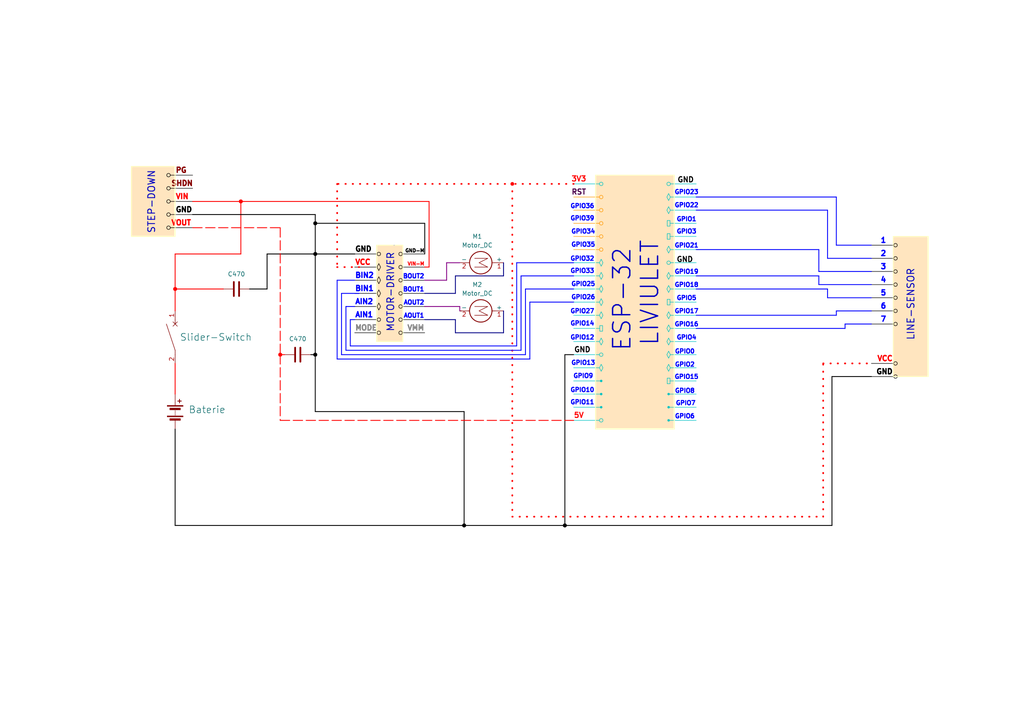
<source format=kicad_sch>
(kicad_sch
	(version 20231120)
	(generator "eeschema")
	(generator_version "8.0")
	(uuid "401e9efd-3f13-46e8-869f-38d850b9edb7")
	(paper "A4")
	(lib_symbols
		(symbol "Device:Battery"
			(pin_numbers hide)
			(pin_names
				(offset 0) hide)
			(exclude_from_sim no)
			(in_bom yes)
			(on_board yes)
			(property "Reference" "BT"
				(at 2.54 2.54 0)
				(effects
					(font
						(size 1.27 1.27)
					)
					(justify left)
				)
			)
			(property "Value" "Battery"
				(at 2.54 0 0)
				(effects
					(font
						(size 1.27 1.27)
					)
					(justify left)
				)
			)
			(property "Footprint" ""
				(at 0 1.524 90)
				(effects
					(font
						(size 1.27 1.27)
					)
					(hide yes)
				)
			)
			(property "Datasheet" "~"
				(at 0 1.524 90)
				(effects
					(font
						(size 1.27 1.27)
					)
					(hide yes)
				)
			)
			(property "Description" "Multiple-cell battery"
				(at 0 0 0)
				(effects
					(font
						(size 1.27 1.27)
					)
					(hide yes)
				)
			)
			(property "ki_keywords" "batt voltage-source cell"
				(at 0 0 0)
				(effects
					(font
						(size 1.27 1.27)
					)
					(hide yes)
				)
			)
			(symbol "Battery_0_1"
				(rectangle
					(start -2.286 -1.27)
					(end 2.286 -1.524)
					(stroke
						(width 0)
						(type default)
					)
					(fill
						(type outline)
					)
				)
				(rectangle
					(start -2.286 1.778)
					(end 2.286 1.524)
					(stroke
						(width 0)
						(type default)
					)
					(fill
						(type outline)
					)
				)
				(rectangle
					(start -1.524 -2.032)
					(end 1.524 -2.54)
					(stroke
						(width 0)
						(type default)
					)
					(fill
						(type outline)
					)
				)
				(rectangle
					(start -1.524 1.016)
					(end 1.524 0.508)
					(stroke
						(width 0)
						(type default)
					)
					(fill
						(type outline)
					)
				)
				(polyline
					(pts
						(xy 0 -1.016) (xy 0 -0.762)
					)
					(stroke
						(width 0)
						(type default)
					)
					(fill
						(type none)
					)
				)
				(polyline
					(pts
						(xy 0 -0.508) (xy 0 -0.254)
					)
					(stroke
						(width 0)
						(type default)
					)
					(fill
						(type none)
					)
				)
				(polyline
					(pts
						(xy 0 0) (xy 0 0.254)
					)
					(stroke
						(width 0)
						(type default)
					)
					(fill
						(type none)
					)
				)
				(polyline
					(pts
						(xy 0 1.778) (xy 0 2.54)
					)
					(stroke
						(width 0)
						(type default)
					)
					(fill
						(type none)
					)
				)
				(polyline
					(pts
						(xy 0.762 3.048) (xy 1.778 3.048)
					)
					(stroke
						(width 0.254)
						(type default)
					)
					(fill
						(type none)
					)
				)
				(polyline
					(pts
						(xy 1.27 3.556) (xy 1.27 2.54)
					)
					(stroke
						(width 0.254)
						(type default)
					)
					(fill
						(type none)
					)
				)
			)
			(symbol "Battery_1_1"
				(pin passive line
					(at 0 5.08 270)
					(length 2.54)
					(name "+"
						(effects
							(font
								(size 1.27 1.27)
							)
						)
					)
					(number "1"
						(effects
							(font
								(size 1.27 1.27)
							)
						)
					)
				)
				(pin passive line
					(at 0 -5.08 90)
					(length 2.54)
					(name "-"
						(effects
							(font
								(size 1.27 1.27)
							)
						)
					)
					(number "2"
						(effects
							(font
								(size 1.27 1.27)
							)
						)
					)
				)
			)
		)
		(symbol "Device:C"
			(pin_numbers hide)
			(pin_names
				(offset 0.254)
			)
			(exclude_from_sim no)
			(in_bom yes)
			(on_board yes)
			(property "Reference" "C"
				(at 0.635 2.54 0)
				(effects
					(font
						(size 1.27 1.27)
					)
					(justify left)
				)
			)
			(property "Value" "C"
				(at 0.635 -2.54 0)
				(effects
					(font
						(size 1.27 1.27)
					)
					(justify left)
				)
			)
			(property "Footprint" ""
				(at 0.9652 -3.81 0)
				(effects
					(font
						(size 1.27 1.27)
					)
					(hide yes)
				)
			)
			(property "Datasheet" "~"
				(at 0 0 0)
				(effects
					(font
						(size 1.27 1.27)
					)
					(hide yes)
				)
			)
			(property "Description" "Unpolarized capacitor"
				(at 0 0 0)
				(effects
					(font
						(size 1.27 1.27)
					)
					(hide yes)
				)
			)
			(property "ki_keywords" "cap capacitor"
				(at 0 0 0)
				(effects
					(font
						(size 1.27 1.27)
					)
					(hide yes)
				)
			)
			(property "ki_fp_filters" "C_*"
				(at 0 0 0)
				(effects
					(font
						(size 1.27 1.27)
					)
					(hide yes)
				)
			)
			(symbol "C_0_1"
				(polyline
					(pts
						(xy -2.032 -0.762) (xy 2.032 -0.762)
					)
					(stroke
						(width 0.508)
						(type default)
					)
					(fill
						(type none)
					)
				)
				(polyline
					(pts
						(xy -2.032 0.762) (xy 2.032 0.762)
					)
					(stroke
						(width 0.508)
						(type default)
					)
					(fill
						(type none)
					)
				)
			)
			(symbol "C_1_1"
				(pin passive line
					(at 0 3.81 270)
					(length 2.794)
					(name "~"
						(effects
							(font
								(size 1.27 1.27)
							)
						)
					)
					(number "1"
						(effects
							(font
								(size 1.27 1.27)
							)
						)
					)
				)
				(pin passive line
					(at 0 -3.81 90)
					(length 2.794)
					(name "~"
						(effects
							(font
								(size 1.27 1.27)
							)
						)
					)
					(number "2"
						(effects
							(font
								(size 1.27 1.27)
							)
						)
					)
				)
			)
		)
		(symbol "Device:CircuitBreaker_1P"
			(exclude_from_sim no)
			(in_bom yes)
			(on_board yes)
			(property "Reference" "CB"
				(at 1.905 0 0)
				(effects
					(font
						(size 1.27 1.27)
					)
					(justify left)
				)
			)
			(property "Value" "CircuitBreaker_1P"
				(at 1.905 1.905 0)
				(effects
					(font
						(size 1.27 1.27)
					)
					(justify left)
				)
			)
			(property "Footprint" ""
				(at 0 0 0)
				(effects
					(font
						(size 1.27 1.27)
					)
					(hide yes)
				)
			)
			(property "Datasheet" "~"
				(at 0 0 0)
				(effects
					(font
						(size 1.27 1.27)
					)
					(hide yes)
				)
			)
			(property "Description" "Single pole circuit breaker"
				(at 0 0 0)
				(effects
					(font
						(size 1.27 1.27)
					)
					(hide yes)
				)
			)
			(property "ki_keywords" "CB"
				(at 0 0 0)
				(effects
					(font
						(size 1.27 1.27)
					)
					(hide yes)
				)
			)
			(symbol "CircuitBreaker_1P_0_1"
				(polyline
					(pts
						(xy 0 -5.08) (xy 0 -3.81)
					)
					(stroke
						(width 0)
						(type default)
					)
					(fill
						(type none)
					)
				)
				(polyline
					(pts
						(xy 0 -3.81) (xy -2.54 3.81)
					)
					(stroke
						(width 0)
						(type default)
					)
					(fill
						(type none)
					)
				)
			)
			(symbol "CircuitBreaker_1P_1_1"
				(polyline
					(pts
						(xy -0.635 4.445) (xy 0.635 3.175)
					)
					(stroke
						(width 0)
						(type default)
					)
					(fill
						(type none)
					)
				)
				(polyline
					(pts
						(xy 0 5.08) (xy 0 3.81)
					)
					(stroke
						(width 0)
						(type default)
					)
					(fill
						(type none)
					)
				)
				(polyline
					(pts
						(xy 0.635 4.445) (xy -0.635 3.175)
					)
					(stroke
						(width 0)
						(type default)
					)
					(fill
						(type none)
					)
				)
				(pin passive line
					(at 0 7.62 270)
					(length 2.54)
					(name "~"
						(effects
							(font
								(size 1.27 1.27)
							)
						)
					)
					(number "1"
						(effects
							(font
								(size 1.27 1.27)
							)
						)
					)
				)
				(pin passive line
					(at 0 -7.62 90)
					(length 2.54)
					(name "~"
						(effects
							(font
								(size 1.27 1.27)
							)
						)
					)
					(number "2"
						(effects
							(font
								(size 1.27 1.27)
							)
						)
					)
				)
			)
		)
		(symbol "Motor:Motor_DC"
			(pin_names
				(offset 0)
			)
			(exclude_from_sim no)
			(in_bom yes)
			(on_board yes)
			(property "Reference" "M"
				(at 2.54 2.54 0)
				(effects
					(font
						(size 1.27 1.27)
					)
					(justify left)
				)
			)
			(property "Value" "Motor_DC"
				(at 2.54 -5.08 0)
				(effects
					(font
						(size 1.27 1.27)
					)
					(justify left top)
				)
			)
			(property "Footprint" ""
				(at 0 -2.286 0)
				(effects
					(font
						(size 1.27 1.27)
					)
					(hide yes)
				)
			)
			(property "Datasheet" "~"
				(at 0 -2.286 0)
				(effects
					(font
						(size 1.27 1.27)
					)
					(hide yes)
				)
			)
			(property "Description" "DC Motor"
				(at 0 0 0)
				(effects
					(font
						(size 1.27 1.27)
					)
					(hide yes)
				)
			)
			(property "ki_keywords" "DC Motor"
				(at 0 0 0)
				(effects
					(font
						(size 1.27 1.27)
					)
					(hide yes)
				)
			)
			(property "ki_fp_filters" "PinHeader*P2.54mm* TerminalBlock*"
				(at 0 0 0)
				(effects
					(font
						(size 1.27 1.27)
					)
					(hide yes)
				)
			)
			(symbol "Motor_DC_0_0"
				(polyline
					(pts
						(xy -1.27 -3.302) (xy -1.27 0.508) (xy 0 -2.032) (xy 1.27 0.508) (xy 1.27 -3.302)
					)
					(stroke
						(width 0)
						(type default)
					)
					(fill
						(type none)
					)
				)
			)
			(symbol "Motor_DC_0_1"
				(circle
					(center 0 -1.524)
					(radius 3.2512)
					(stroke
						(width 0.254)
						(type default)
					)
					(fill
						(type none)
					)
				)
				(polyline
					(pts
						(xy 0 -7.62) (xy 0 -7.112)
					)
					(stroke
						(width 0)
						(type default)
					)
					(fill
						(type none)
					)
				)
				(polyline
					(pts
						(xy 0 -4.7752) (xy 0 -5.1816)
					)
					(stroke
						(width 0)
						(type default)
					)
					(fill
						(type none)
					)
				)
				(polyline
					(pts
						(xy 0 1.7272) (xy 0 2.0828)
					)
					(stroke
						(width 0)
						(type default)
					)
					(fill
						(type none)
					)
				)
				(polyline
					(pts
						(xy 0 2.032) (xy 0 2.54)
					)
					(stroke
						(width 0)
						(type default)
					)
					(fill
						(type none)
					)
				)
			)
			(symbol "Motor_DC_1_1"
				(pin passive line
					(at 0 5.08 270)
					(length 2.54)
					(name "+"
						(effects
							(font
								(size 1.27 1.27)
							)
						)
					)
					(number "1"
						(effects
							(font
								(size 1.27 1.27)
							)
						)
					)
				)
				(pin passive line
					(at 0 -7.62 90)
					(length 2.54)
					(name "-"
						(effects
							(font
								(size 1.27 1.27)
							)
						)
					)
					(number "2"
						(effects
							(font
								(size 1.27 1.27)
							)
						)
					)
				)
			)
		)
	)
	(junction
		(at 91.44 73.66)
		(diameter 1)
		(color 0 0 0 1)
		(uuid "0723e36f-10c6-4cee-8778-44a0c5fd51a8")
	)
	(junction
		(at 91.44 64.77)
		(diameter 1)
		(color 0 0 0 1)
		(uuid "73cf7bba-012a-4145-b559-d0f9c3a2a037")
	)
	(junction
		(at 50.8 83.82)
		(diameter 1)
		(color 255 0 0 1)
		(uuid "7c254a45-1563-40aa-bf99-362f69f4b6ad")
	)
	(junction
		(at 134.62 152.4)
		(diameter 1)
		(color 0 0 0 1)
		(uuid "8ed06827-a1f4-462e-822a-1e66b1ce26bc")
	)
	(junction
		(at 148.59 53.34)
		(diameter 0)
		(color 255 0 0 1)
		(uuid "b79358b2-c058-4735-ac40-0c0c8f46acf6")
	)
	(junction
		(at 91.44 102.87)
		(diameter 1)
		(color 0 0 0 1)
		(uuid "cfa67c5a-dfdd-45f7-851b-beef45dbdbca")
	)
	(junction
		(at 69.85 58.42)
		(diameter 1)
		(color 255 0 0 1)
		(uuid "d518218f-1528-4b30-a3f8-4c4b378d4711")
	)
	(junction
		(at 163.83 152.4)
		(diameter 1)
		(color 0 0 0 1)
		(uuid "d819711b-1703-4de2-8fd4-29e79c22e9bb")
	)
	(junction
		(at 81.28 102.87)
		(diameter 1)
		(color 255 0 0 1)
		(uuid "d85ae655-6ed3-4876-9b01-d3f376aaef7e")
	)
	(wire
		(pts
			(xy 163.83 152.4) (xy 241.3 152.4)
		)
		(stroke
			(width 0.25)
			(type solid)
			(color 0 0 0 1)
		)
		(uuid "066dac12-508d-49bc-944f-2c1e5cdca51b")
	)
	(wire
		(pts
			(xy 123.19 85.09) (xy 132.08 85.09)
		)
		(stroke
			(width 0.25)
			(type default)
			(color 0 0 132 1)
		)
		(uuid "06a93821-2f6f-4949-84fc-4bc3b1c8e594")
	)
	(wire
		(pts
			(xy 201.93 57.15) (xy 242.57 57.15)
		)
		(stroke
			(width 0.25)
			(type default)
			(color 0 0 255 1)
		)
		(uuid "06bf6416-d273-4110-bfe3-eb417beb5dfa")
	)
	(wire
		(pts
			(xy 91.44 102.87) (xy 91.44 119.38)
		)
		(stroke
			(width 0.25)
			(type solid)
			(color 0 0 0 1)
		)
		(uuid "0c148604-2ef1-42dd-96c1-a4c3284c0734")
	)
	(wire
		(pts
			(xy 123.19 77.47) (xy 124.46 77.47)
		)
		(stroke
			(width 0.25)
			(type default)
			(color 255 0 0 1)
		)
		(uuid "0ce56fa7-cdc6-45dc-844d-a98c801d2857")
	)
	(wire
		(pts
			(xy 163.83 102.87) (xy 166.37 102.87)
		)
		(stroke
			(width 0.25)
			(type solid)
			(color 0 0 0 1)
		)
		(uuid "0e5c791c-e5a5-480f-9149-27aeb19f4c17")
	)
	(wire
		(pts
			(xy 240.03 74.93) (xy 252.73 74.93)
		)
		(stroke
			(width 0.25)
			(type default)
			(color 0 0 255 1)
		)
		(uuid "108c962d-2d18-4fe7-91ee-c2a2590ff2ce")
	)
	(wire
		(pts
			(xy 242.57 90.17) (xy 252.73 90.17)
		)
		(stroke
			(width 0.25)
			(type default)
			(color 0 0 255 1)
		)
		(uuid "1217808d-167e-49ac-b428-e913ba29c016")
	)
	(wire
		(pts
			(xy 148.59 149.86) (xy 238.76 149.86)
		)
		(stroke
			(width 0.5)
			(type dot)
			(color 255 0 0 1)
		)
		(uuid "17d9134d-6bcb-4f69-aa20-6fcd6505eea5")
	)
	(wire
		(pts
			(xy 146.05 80.01) (xy 146.05 76.2)
		)
		(stroke
			(width 0.25)
			(type default)
			(color 0 0 132 1)
		)
		(uuid "1ada3c91-481e-4f19-a0a1-22178de9b7a3")
	)
	(wire
		(pts
			(xy 81.28 102.87) (xy 81.28 121.92)
		)
		(stroke
			(width 0.25)
			(type dash)
			(color 255 0 0 1)
		)
		(uuid "1d3ba7e3-c7c7-4bbe-9747-a3a0eea624e2")
	)
	(wire
		(pts
			(xy 50.8 83.82) (xy 50.8 73.66)
		)
		(stroke
			(width 0.25)
			(type default)
			(color 255 0 0 1)
		)
		(uuid "1d81ba64-a744-4877-a7fc-b21eb94dda21")
	)
	(wire
		(pts
			(xy 237.49 72.39) (xy 237.49 78.74)
		)
		(stroke
			(width 0.25)
			(type default)
			(color 0 0 255 1)
		)
		(uuid "20ea37a0-1eb0-4110-9cd1-0aa0716468a7")
	)
	(wire
		(pts
			(xy 50.8 73.66) (xy 69.85 73.66)
		)
		(stroke
			(width 0.25)
			(type default)
			(color 255 0 0 1)
		)
		(uuid "239436ac-970a-4eeb-958c-1c70265d212d")
	)
	(wire
		(pts
			(xy 166.37 53.34) (xy 148.59 53.34)
		)
		(stroke
			(width 0.5)
			(type dot)
			(color 255 0 0 1)
		)
		(uuid "243f4980-1e7a-4a2d-b4cf-69339d6c2844")
	)
	(wire
		(pts
			(xy 240.03 60.96) (xy 240.03 74.93)
		)
		(stroke
			(width 0.25)
			(type default)
			(color 0 0 255 1)
		)
		(uuid "24bb88b8-e5a7-4ad8-9d86-9cd7cdba5860")
	)
	(wire
		(pts
			(xy 153.67 104.14) (xy 97.79 104.14)
		)
		(stroke
			(width 0.25)
			(type default)
			(color 0 0 255 1)
		)
		(uuid "287f6f74-8f03-448f-b516-a7b2da8ac683")
	)
	(wire
		(pts
			(xy 101.6 92.71) (xy 102.87 92.71)
		)
		(stroke
			(width 0.25)
			(type default)
			(color 0 0 255 1)
		)
		(uuid "2a085bfb-c8f7-41b4-aa2d-906a2e12e330")
	)
	(wire
		(pts
			(xy 77.47 73.66) (xy 77.47 83.82)
		)
		(stroke
			(width 0.25)
			(type solid)
			(color 0 0 0 1)
		)
		(uuid "2c66b09c-73c7-46b7-8248-55ae80f38253")
	)
	(wire
		(pts
			(xy 166.37 76.2) (xy 149.86 76.2)
		)
		(stroke
			(width 0.25)
			(type default)
			(color 0 0 255 1)
		)
		(uuid "321a096f-3cf2-4ae9-b9b7-620c64afe9db")
	)
	(wire
		(pts
			(xy 100.33 88.9) (xy 102.87 88.9)
		)
		(stroke
			(width 0.25)
			(type default)
			(color 0 0 255 1)
		)
		(uuid "34383e86-2b2b-425f-9c7e-649a3b34dfe9")
	)
	(wire
		(pts
			(xy 69.85 58.42) (xy 124.46 58.42)
		)
		(stroke
			(width 0.25)
			(type default)
			(color 255 0 0 1)
		)
		(uuid "379a0486-e7d9-4536-b001-f73a3a4c08e1")
	)
	(wire
		(pts
			(xy 242.57 71.12) (xy 252.73 71.12)
		)
		(stroke
			(width 0.25)
			(type default)
			(color 0 0 255 1)
		)
		(uuid "39db881d-0e7b-48dc-9af6-a329d6b14a4e")
	)
	(wire
		(pts
			(xy 50.8 105.41) (xy 50.8 114.3)
		)
		(stroke
			(width 0.25)
			(type default)
			(color 255 0 0 1)
		)
		(uuid "39e95617-7649-4922-bb71-0568a76afd5f")
	)
	(wire
		(pts
			(xy 201.93 72.39) (xy 237.49 72.39)
		)
		(stroke
			(width 0.25)
			(type default)
			(color 0 0 255 1)
		)
		(uuid "3a9e271b-4a72-4d47-91fa-bf40a6b5f042")
	)
	(wire
		(pts
			(xy 50.8 152.4) (xy 134.62 152.4)
		)
		(stroke
			(width 0.25)
			(type solid)
			(color 0 0 0 1)
		)
		(uuid "3ad4626d-4f57-46c1-8be5-b7899e973b51")
	)
	(wire
		(pts
			(xy 101.6 100.33) (xy 101.6 92.71)
		)
		(stroke
			(width 0.25)
			(type default)
			(color 0 0 255 1)
		)
		(uuid "3b5e6043-c577-4423-aa4a-1d322162fda3")
	)
	(wire
		(pts
			(xy 134.62 152.4) (xy 134.62 119.38)
		)
		(stroke
			(width 0.25)
			(type solid)
			(color 0 0 0 1)
		)
		(uuid "3cb8a0dd-0515-422f-8e9c-f2f104031128")
	)
	(wire
		(pts
			(xy 81.28 121.92) (xy 166.37 121.92)
		)
		(stroke
			(width 0.25)
			(type dash)
			(color 255 0 0 1)
		)
		(uuid "47b479fc-8a0f-4571-babc-9ce4da22b1d6")
	)
	(wire
		(pts
			(xy 237.49 82.55) (xy 252.73 82.55)
		)
		(stroke
			(width 0.25)
			(type default)
			(color 0 0 255 1)
		)
		(uuid "565f22f1-fa06-447d-9528-c32ee9dabdc9")
	)
	(wire
		(pts
			(xy 241.3 109.22) (xy 252.73 109.22)
		)
		(stroke
			(width 0.25)
			(type solid)
			(color 0 0 0 1)
		)
		(uuid "576cd72d-d693-4488-8bed-5503ef20398c")
	)
	(wire
		(pts
			(xy 81.28 102.87) (xy 82.55 102.87)
		)
		(stroke
			(width 0.25)
			(type dash)
			(color 255 0 0 1)
		)
		(uuid "58072710-84a2-42a6-8571-e99f3773af64")
	)
	(wire
		(pts
			(xy 129.54 76.2) (xy 133.35 76.2)
		)
		(stroke
			(width 0.25)
			(type default)
			(color 132 0 132 1)
		)
		(uuid "587b5fec-07f3-4168-8b75-498eca48dd85")
	)
	(wire
		(pts
			(xy 132.08 80.01) (xy 146.05 80.01)
		)
		(stroke
			(width 0.25)
			(type default)
			(color 0 0 132 1)
		)
		(uuid "58a3d62d-5cdc-4d82-b699-34c1a24fcef8")
	)
	(wire
		(pts
			(xy 97.79 81.28) (xy 102.87 81.28)
		)
		(stroke
			(width 0.25)
			(type default)
			(color 0 0 255 1)
		)
		(uuid "58a73205-9bbb-46dc-ac91-607bc5f45c0d")
	)
	(wire
		(pts
			(xy 146.05 96.52) (xy 146.05 90.17)
		)
		(stroke
			(width 0.25)
			(type default)
			(color 0 0 132 1)
		)
		(uuid "59c3c99d-3707-40a2-9c6a-4499178f4b57")
	)
	(wire
		(pts
			(xy 123.19 81.28) (xy 129.54 81.28)
		)
		(stroke
			(width 0.25)
			(type default)
			(color 132 0 132 1)
		)
		(uuid "5beae125-3d0b-4962-8b3a-5c51001e31df")
	)
	(wire
		(pts
			(xy 91.44 73.66) (xy 91.44 64.77)
		)
		(stroke
			(width 0.25)
			(type solid)
			(color 0 0 0 1)
		)
		(uuid "5c9e0e37-eba2-4c75-8038-86743386c900")
	)
	(wire
		(pts
			(xy 90.17 102.87) (xy 91.44 102.87)
		)
		(stroke
			(width 0.25)
			(type solid)
			(color 0 0 0 1)
		)
		(uuid "5f046d55-bd80-49d9-8689-5b9d38aa74c9")
	)
	(wire
		(pts
			(xy 50.8 83.82) (xy 64.77 83.82)
		)
		(stroke
			(width 0.25)
			(type default)
			(color 255 0 0 1)
		)
		(uuid "5f105078-ee9d-464c-be5d-0bd6a0ba9119")
	)
	(wire
		(pts
			(xy 99.06 85.09) (xy 104.14 85.09)
		)
		(stroke
			(width 0.25)
			(type default)
			(color 0 0 255 1)
		)
		(uuid "65623050-2096-4b5d-97ac-f71a30a46b98")
	)
	(wire
		(pts
			(xy 91.44 73.66) (xy 77.47 73.66)
		)
		(stroke
			(width 0.25)
			(type solid)
			(color 0 0 0 1)
		)
		(uuid "664cde97-4e43-436a-a6fa-6c42d63eab78")
	)
	(wire
		(pts
			(xy 149.86 76.2) (xy 149.86 100.33)
		)
		(stroke
			(width 0.25)
			(type default)
			(color 0 0 255 1)
		)
		(uuid "6777fb31-9fa4-4b66-bb53-77c92df201de")
	)
	(wire
		(pts
			(xy 132.08 85.09) (xy 132.08 80.01)
		)
		(stroke
			(width 0.25)
			(type default)
			(color 0 0 132 1)
		)
		(uuid "680da9c4-4396-4dc2-b93b-aed7f7df0655")
	)
	(wire
		(pts
			(xy 201.93 83.82) (xy 240.03 83.82)
		)
		(stroke
			(width 0.25)
			(type default)
			(color 0 0 255 1)
		)
		(uuid "6dec8689-90db-4f0b-9476-220aac719dca")
	)
	(wire
		(pts
			(xy 201.93 60.96) (xy 240.03 60.96)
		)
		(stroke
			(width 0.25)
			(type default)
			(color 0 0 255 1)
		)
		(uuid "6e592598-c3b8-483d-a72e-052caf37a999")
	)
	(wire
		(pts
			(xy 132.08 96.52) (xy 146.05 96.52)
		)
		(stroke
			(width 0.25)
			(type default)
			(color 0 0 132 1)
		)
		(uuid "6fc68bc6-4598-4421-b5d7-c15a937dd289")
	)
	(wire
		(pts
			(xy 123.19 92.71) (xy 132.08 92.71)
		)
		(stroke
			(width 0.25)
			(type default)
			(color 0 0 132 1)
		)
		(uuid "70405069-bfd1-452a-b195-7a0f98fd8879")
	)
	(wire
		(pts
			(xy 100.33 101.6) (xy 100.33 88.9)
		)
		(stroke
			(width 0.25)
			(type default)
			(color 0 0 255 1)
		)
		(uuid "70f09faa-0146-4f1b-a08e-45a5e9513881")
	)
	(wire
		(pts
			(xy 69.85 73.66) (xy 69.85 58.42)
		)
		(stroke
			(width 0.25)
			(type default)
			(color 255 0 0 1)
		)
		(uuid "7186955f-ec72-432c-bcd1-e6277e79a146")
	)
	(wire
		(pts
			(xy 242.57 57.15) (xy 242.57 71.12)
		)
		(stroke
			(width 0.25)
			(type default)
			(color 0 0 255 1)
		)
		(uuid "71c10fbc-8eb8-4b29-919a-4ad88e8caa8c")
	)
	(wire
		(pts
			(xy 240.03 86.36) (xy 252.73 86.36)
		)
		(stroke
			(width 0.25)
			(type default)
			(color 0 0 255 1)
		)
		(uuid "71d90d6d-da07-4af3-a4ab-f0da3c8cc372")
	)
	(wire
		(pts
			(xy 166.37 87.63) (xy 153.67 87.63)
		)
		(stroke
			(width 0.25)
			(type default)
			(color 0 0 255 1)
		)
		(uuid "808ea7e8-ad68-4f95-b30f-965fa2f461fb")
	)
	(wire
		(pts
			(xy 166.37 80.01) (xy 151.13 80.01)
		)
		(stroke
			(width 0.25)
			(type default)
			(color 0 0 255 1)
		)
		(uuid "87d974c1-1e53-4f30-b12a-674af4c09d1a")
	)
	(wire
		(pts
			(xy 97.79 77.47) (xy 104.14 77.47)
		)
		(stroke
			(width 0.5)
			(type dot)
			(color 255 0 0 1)
		)
		(uuid "881b877f-087b-4b6a-aac0-21252a2bf7a5")
	)
	(wire
		(pts
			(xy 124.46 58.42) (xy 124.46 77.47)
		)
		(stroke
			(width 0.25)
			(type default)
			(color 255 0 0 1)
		)
		(uuid "8bb91bd8-4928-46f7-90c1-4a17bfdd2730")
	)
	(wire
		(pts
			(xy 132.08 92.71) (xy 132.08 96.52)
		)
		(stroke
			(width 0.25)
			(type default)
			(color 0 0 132 1)
		)
		(uuid "8cd7077b-dbf3-4164-94d5-40fa1fdfb125")
	)
	(wire
		(pts
			(xy 123.19 88.9) (xy 133.35 88.9)
		)
		(stroke
			(width 0.25)
			(type default)
			(color 132 0 132 1)
		)
		(uuid "8e590ca9-33c2-4faa-93e8-90d6301521cd")
	)
	(wire
		(pts
			(xy 166.37 83.82) (xy 152.4 83.82)
		)
		(stroke
			(width 0.25)
			(type default)
			(color 0 0 255 1)
		)
		(uuid "92aadce9-6096-4bad-ac59-439b3269c282")
	)
	(wire
		(pts
			(xy 148.59 53.34) (xy 148.59 149.86)
		)
		(stroke
			(width 0.5)
			(type dot)
			(color 255 0 0 1)
		)
		(uuid "92fa1328-3d11-43f3-bbc8-da4dc789f4f7")
	)
	(wire
		(pts
			(xy 149.86 100.33) (xy 101.6 100.33)
		)
		(stroke
			(width 0.25)
			(type default)
			(color 0 0 255 1)
		)
		(uuid "9371232b-89bc-427c-9ab1-83db1d419c64")
	)
	(wire
		(pts
			(xy 201.93 80.01) (xy 237.49 80.01)
		)
		(stroke
			(width 0.25)
			(type default)
			(color 0 0 255 1)
		)
		(uuid "9418daad-cde4-4841-9f68-628980eaccf2")
	)
	(wire
		(pts
			(xy 245.11 95.25) (xy 245.11 93.98)
		)
		(stroke
			(width 0.25)
			(type default)
			(color 0 0 255 1)
		)
		(uuid "99603484-9f3e-4289-961c-015a4da63551")
	)
	(wire
		(pts
			(xy 55.88 58.42) (xy 69.85 58.42)
		)
		(stroke
			(width 0.25)
			(type default)
			(color 255 0 0 1)
		)
		(uuid "9ae56995-d7d7-40d8-b041-78de7b6fe06a")
	)
	(wire
		(pts
			(xy 153.67 87.63) (xy 153.67 104.14)
		)
		(stroke
			(width 0.25)
			(type default)
			(color 0 0 255 1)
		)
		(uuid "a067b28f-2673-4fae-b584-0d6c460d91e5")
	)
	(wire
		(pts
			(xy 97.79 53.34) (xy 97.79 77.47)
		)
		(stroke
			(width 0.5)
			(type dot)
			(color 255 0 0 1)
		)
		(uuid "a0f49f1d-9b20-4892-bde4-c0cc243c69f4")
	)
	(wire
		(pts
			(xy 201.93 95.25) (xy 245.11 95.25)
		)
		(stroke
			(width 0.25)
			(type default)
			(color 0 0 255 1)
		)
		(uuid "a1431dd4-1b34-4e19-b177-4aa60e2158f4")
	)
	(wire
		(pts
			(xy 77.47 83.82) (xy 72.39 83.82)
		)
		(stroke
			(width 0.25)
			(type solid)
			(color 0 0 0 1)
		)
		(uuid "a3c333b4-7420-469a-9504-4d322f333bb0")
	)
	(wire
		(pts
			(xy 163.83 102.87) (xy 163.83 152.4)
		)
		(stroke
			(width 0.25)
			(type solid)
			(color 0 0 0 1)
		)
		(uuid "a9ce044e-7bef-470a-bfe1-d4269296b49b")
	)
	(wire
		(pts
			(xy 50.8 90.17) (xy 50.8 83.82)
		)
		(stroke
			(width 0.25)
			(type default)
			(color 255 0 0 1)
		)
		(uuid "adeabc52-dca7-4b21-8559-f1436a640b8d")
	)
	(wire
		(pts
			(xy 133.35 88.9) (xy 133.35 90.17)
		)
		(stroke
			(width 0.25)
			(type default)
			(color 132 0 132 1)
		)
		(uuid "af3423af-99ec-4127-8dad-4ad1bb9a966c")
	)
	(wire
		(pts
			(xy 81.28 66.04) (xy 81.28 102.87)
		)
		(stroke
			(width 0.25)
			(type dash)
			(color 255 0 0 1)
		)
		(uuid "b21c58f9-ee05-4d8e-b04d-c878e102f36f")
	)
	(wire
		(pts
			(xy 237.49 82.55) (xy 237.49 80.01)
		)
		(stroke
			(width 0.25)
			(type default)
			(color 0 0 255 1)
		)
		(uuid "b36395ae-1ff1-48ae-878d-7ded55014d98")
	)
	(wire
		(pts
			(xy 237.49 78.74) (xy 252.73 78.74)
		)
		(stroke
			(width 0.25)
			(type default)
			(color 0 0 255 1)
		)
		(uuid "b404981d-a716-4a2a-a380-16166ea56ed7")
	)
	(wire
		(pts
			(xy 245.11 93.98) (xy 252.73 93.98)
		)
		(stroke
			(width 0.25)
			(type default)
			(color 0 0 255 1)
		)
		(uuid "b5dc5aa2-f3b0-4bc6-a347-0e02aded50c2")
	)
	(wire
		(pts
			(xy 151.13 101.6) (xy 100.33 101.6)
		)
		(stroke
			(width 0.25)
			(type default)
			(color 0 0 255 1)
		)
		(uuid "b5fa5de0-a3ac-4f08-b152-4f0c7064d8d7")
	)
	(wire
		(pts
			(xy 134.62 119.38) (xy 91.44 119.38)
		)
		(stroke
			(width 0.25)
			(type solid)
			(color 0 0 0 1)
		)
		(uuid "b7f23c00-dced-45f7-9d25-fe3204c1e14f")
	)
	(wire
		(pts
			(xy 99.06 102.87) (xy 99.06 85.09)
		)
		(stroke
			(width 0.25)
			(type default)
			(color 0 0 255 1)
		)
		(uuid "c2d93261-1f7f-483d-a2c7-ad52e856a482")
	)
	(wire
		(pts
			(xy 91.44 73.66) (xy 102.87 73.66)
		)
		(stroke
			(width 0.25)
			(type solid)
			(color 0 0 0 1)
		)
		(uuid "c31a6a20-9231-461f-9683-86a69774b78c")
	)
	(wire
		(pts
			(xy 123.19 64.77) (xy 123.19 73.66)
		)
		(stroke
			(width 0.25)
			(type solid)
			(color 0 0 0 1)
		)
		(uuid "c404f2dc-0e59-4806-852d-12db105a1ecf")
	)
	(wire
		(pts
			(xy 242.57 91.44) (xy 242.57 90.17)
		)
		(stroke
			(width 0.25)
			(type default)
			(color 0 0 255 1)
		)
		(uuid "c83305db-c187-4fc7-822b-c99fb9cb0f75")
	)
	(wire
		(pts
			(xy 91.44 73.66) (xy 91.44 102.87)
		)
		(stroke
			(width 0.25)
			(type solid)
			(color 0 0 0 1)
		)
		(uuid "caec9c3b-2f7c-41c5-9ea6-8e78f9f429a6")
	)
	(wire
		(pts
			(xy 134.62 152.4) (xy 163.83 152.4)
		)
		(stroke
			(width 0.25)
			(type solid)
			(color 0 0 0 1)
		)
		(uuid "cccc857d-ef80-4738-93a9-bbbdf52156c7")
	)
	(wire
		(pts
			(xy 152.4 102.87) (xy 99.06 102.87)
		)
		(stroke
			(width 0.25)
			(type default)
			(color 0 0 255 1)
		)
		(uuid "cdaa84ad-9923-4b57-93ff-ff2324e3f37d")
	)
	(wire
		(pts
			(xy 151.13 80.01) (xy 151.13 101.6)
		)
		(stroke
			(width 0.25)
			(type default)
			(color 0 0 255 1)
		)
		(uuid "ce45e22c-871c-465b-8174-01304b8d6798")
	)
	(wire
		(pts
			(xy 97.79 104.14) (xy 97.79 81.28)
		)
		(stroke
			(width 0.25)
			(type default)
			(color 0 0 255 1)
		)
		(uuid "d8829a2d-7cbe-4dcc-b84d-65c63d5e517f")
	)
	(wire
		(pts
			(xy 238.76 105.41) (xy 252.73 105.41)
		)
		(stroke
			(width 0.5)
			(type dot)
			(color 255 0 0 1)
		)
		(uuid "daad1981-704f-4c47-a20b-a3f4f304e80d")
	)
	(wire
		(pts
			(xy 148.59 53.34) (xy 97.79 53.34)
		)
		(stroke
			(width 0.5)
			(type dot)
			(color 255 0 0 1)
		)
		(uuid "db7257ee-aee6-4a07-a1ab-1fdb032daf34")
	)
	(wire
		(pts
			(xy 152.4 83.82) (xy 152.4 102.87)
		)
		(stroke
			(width 0.25)
			(type default)
			(color 0 0 255 1)
		)
		(uuid "ddf0b938-f83e-44ea-beee-53b217ccb26a")
	)
	(wire
		(pts
			(xy 240.03 86.36) (xy 240.03 83.82)
		)
		(stroke
			(width 0.25)
			(type default)
			(color 0 0 255 1)
		)
		(uuid "dee99633-5da8-4136-995e-46622e9801c4")
	)
	(wire
		(pts
			(xy 50.8 124.46) (xy 50.8 152.4)
		)
		(stroke
			(width 0.25)
			(type solid)
			(color 0 0 0 1)
		)
		(uuid "e0110556-e2f2-42e3-b282-b2c006354cca")
	)
	(wire
		(pts
			(xy 238.76 149.86) (xy 238.76 105.41)
		)
		(stroke
			(width 0.5)
			(type dot)
			(color 255 0 0 1)
		)
		(uuid "e0f462d1-476b-4e3a-95cd-6bbb43a3f547")
	)
	(wire
		(pts
			(xy 91.44 64.77) (xy 123.19 64.77)
		)
		(stroke
			(width 0.25)
			(type solid)
			(color 0 0 0 1)
		)
		(uuid "ec3d5805-7ad4-4274-9ecb-a59a546305a4")
	)
	(wire
		(pts
			(xy 241.3 152.4) (xy 241.3 109.22)
		)
		(stroke
			(width 0.25)
			(type solid)
			(color 0 0 0 1)
		)
		(uuid "ee8585bf-ba8d-4240-8440-cf5fccbe85cb")
	)
	(wire
		(pts
			(xy 55.88 62.23) (xy 91.44 62.23)
		)
		(stroke
			(width 0.25)
			(type solid)
			(color 0 0 0 1)
		)
		(uuid "f2c8e67b-cf39-4181-9c4e-f4bf259007fe")
	)
	(wire
		(pts
			(xy 91.44 62.23) (xy 91.44 64.77)
		)
		(stroke
			(width 0.25)
			(type solid)
			(color 0 0 0 1)
		)
		(uuid "f74331b0-8a90-4f8a-9442-4595f776f1a0")
	)
	(wire
		(pts
			(xy 201.93 91.44) (xy 242.57 91.44)
		)
		(stroke
			(width 0.25)
			(type default)
			(color 0 0 255 1)
		)
		(uuid "fee0c038-3f00-41e5-b4a3-b3ec47e4d3bc")
	)
	(wire
		(pts
			(xy 55.88 66.04) (xy 81.28 66.04)
		)
		(stroke
			(width 0.25)
			(type dash)
			(color 255 0 0 1)
		)
		(uuid "ff107547-feed-41e7-8930-6e5917568ada")
	)
	(wire
		(pts
			(xy 129.54 81.28) (xy 129.54 76.2)
		)
		(stroke
			(width 0.25)
			(type default)
			(color 132 0 132 1)
		)
		(uuid "ff6217d0-cab8-4a59-8b74-c9a18e613dbd")
	)
	(rectangle
		(start 172.72 50.8)
		(end 195.58 124.46)
		(stroke
			(width 0.25)
			(type default)
			(color 255 255 194 1)
		)
		(fill
			(type color)
			(color 255 229 191 1)
		)
		(uuid 0e5640f4-fb6d-42d3-ac24-b8b555274762)
	)
	(rectangle
		(start 109.22 71.12)
		(end 116.84 99.06)
		(stroke
			(width 0.25)
			(type default)
			(color 255 255 194 1)
		)
		(fill
			(type color)
			(color 255 229 191 1)
		)
		(uuid 8f388100-19b3-4c8f-b82f-af40326d2ccf)
	)
	(rectangle
		(start 114.3 71.12)
		(end 114.3 71.12)
		(stroke
			(width 0)
			(type default)
		)
		(fill
			(type none)
		)
		(uuid ae3e5f09-873e-4d31-9cb2-d2a886f603a7)
	)
	(rectangle
		(start 259.08 68.58)
		(end 269.24 109.22)
		(stroke
			(width 0.25)
			(type default)
			(color 255 255 194 1)
		)
		(fill
			(type color)
			(color 255 229 191 1)
		)
		(uuid c18c6179-767d-4ffc-b3fe-a765338c2c4f)
	)
	(rectangle
		(start 38.1 48.26)
		(end 50.8 68.58)
		(stroke
			(width 0.25)
			(type default)
			(color 255 255 194 1)
		)
		(fill
			(type color)
			(color 255 229 191 1)
		)
		(uuid cf4bc821-1501-4604-8cfa-f03bb1494560)
	)
	(text "GPIO22"
		(exclude_from_sim no)
		(at 199.136 59.69 0)
		(effects
			(font
				(size 1.25 1.25)
				(thickness 0.3)
				(bold yes)
				(color 0 0 255 1)
			)
		)
		(uuid "077bbd40-68fa-4732-8872-132d8bdd5c0e")
	)
	(text "GPIO4"
		(exclude_from_sim no)
		(at 199.136 98.044 0)
		(effects
			(font
				(size 1.25 1.25)
				(thickness 0.3)
				(bold yes)
				(color 0 0 255 1)
			)
		)
		(uuid "0bece8f0-67ca-4453-8415-c6adbc4fa295")
	)
	(text "LINE-SENSOR\n"
		(exclude_from_sim no)
		(at 264.16 88.392 90)
		(effects
			(font
				(face "KiCad Font")
				(size 2 2)
				(thickness 0.254)
				(bold yes)
			)
		)
		(uuid "1250b924-5f06-4592-9e36-096088c410c6")
	)
	(text "GPIO16"
		(exclude_from_sim no)
		(at 199.136 94.234 0)
		(effects
			(font
				(size 1.25 1.25)
				(thickness 0.3)
				(bold yes)
				(color 0 0 255 1)
			)
		)
		(uuid "16d14ac2-79df-46f0-8779-1053dafb9681")
	)
	(text "RST"
		(exclude_from_sim no)
		(at 167.894 55.88 0)
		(effects
			(font
				(size 1.5 1.5)
				(thickness 0.3)
				(bold yes)
				(color 72 0 72 1)
			)
		)
		(uuid "1d48aaec-5a18-41ef-a09a-d9e162e97d32")
	)
	(text "GPIO39"
		(exclude_from_sim no)
		(at 168.91 63.5 0)
		(effects
			(font
				(size 1.25 1.25)
				(thickness 0.3)
				(bold yes)
				(color 0 0 255 1)
			)
		)
		(uuid "22cac94a-2830-46b9-8730-06f5caca327f")
	)
	(text "GPIO35"
		(exclude_from_sim no)
		(at 169.164 71.12 0)
		(effects
			(font
				(size 1.25 1.25)
				(thickness 0.3)
				(bold yes)
				(color 0 0 255 1)
			)
		)
		(uuid "396d48e3-65a5-48af-b0d8-f7a6fa7850ec")
	)
	(text "GPIO18"
		(exclude_from_sim no)
		(at 199.136 82.804 0)
		(effects
			(font
				(size 1.25 1.25)
				(thickness 0.3)
				(bold yes)
				(color 0 0 255 1)
			)
		)
		(uuid "3c6911a2-9b8f-41d8-86ba-27f4af667419")
	)
	(text "GPIO21"
		(exclude_from_sim no)
		(at 199.136 71.374 0)
		(effects
			(font
				(size 1.25 1.25)
				(thickness 0.3)
				(bold yes)
				(color 0 0 255 1)
			)
		)
		(uuid "3cca76fc-9577-4a1d-87e1-c59425911119")
	)
	(text "GPIO27"
		(exclude_from_sim no)
		(at 168.91 90.424 0)
		(effects
			(font
				(size 1.25 1.25)
				(thickness 0.3)
				(bold yes)
				(color 0 0 255 1)
			)
		)
		(uuid "4065deb4-fa52-4180-affb-86da0edf4798")
	)
	(text "GPIO13"
		(exclude_from_sim no)
		(at 169.164 105.41 0)
		(effects
			(font
				(size 1.25 1.25)
				(thickness 0.3)
				(bold yes)
				(color 0 0 255 1)
			)
		)
		(uuid "419b88bb-00a0-44c0-b9ae-139c5afc5e95")
	)
	(text "GPIO15"
		(exclude_from_sim no)
		(at 199.136 109.474 0)
		(effects
			(font
				(size 1.25 1.25)
				(thickness 0.3)
				(bold yes)
				(color 0 0 255 1)
			)
		)
		(uuid "425329a0-4361-4308-8d95-44e2fe4cd54d")
	)
	(text "GPIO17"
		(exclude_from_sim no)
		(at 199.136 90.424 0)
		(effects
			(font
				(size 1.25 1.25)
				(thickness 0.3)
				(bold yes)
				(color 0 0 255 1)
			)
		)
		(uuid "42c5f25c-7604-4e4b-a6f8-70cc5f58f5b8")
	)
	(text "GPIO34"
		(exclude_from_sim no)
		(at 169.164 67.31 0)
		(effects
			(font
				(size 1.25 1.25)
				(thickness 0.3)
				(bold yes)
				(color 0 0 255 1)
			)
		)
		(uuid "46466cce-c666-4d87-a1a5-d372f83b8b17")
	)
	(text "GPIO2"
		(exclude_from_sim no)
		(at 198.628 105.918 0)
		(effects
			(font
				(size 1.25 1.25)
				(thickness 0.3)
				(bold yes)
				(color 0 0 255 1)
			)
		)
		(uuid "510421cb-aec2-4068-ae25-ae809b07d861")
	)
	(text "GPIO23"
		(exclude_from_sim no)
		(at 199.136 55.88 0)
		(effects
			(font
				(size 1.25 1.25)
				(thickness 0.3)
				(bold yes)
				(color 0 0 255 1)
			)
		)
		(uuid "5a3f772e-f99a-4243-84f7-b1576b150017")
	)
	(text "GPIO12\n"
		(exclude_from_sim no)
		(at 168.91 98.044 0)
		(effects
			(font
				(size 1.25 1.25)
				(thickness 0.3)
				(bold yes)
				(color 0 0 255 1)
			)
		)
		(uuid "61c1231a-40ef-403d-a3b4-69700695ff5e")
	)
	(text "GPIO19"
		(exclude_from_sim no)
		(at 199.136 78.994 0)
		(effects
			(font
				(size 1.25 1.25)
				(thickness 0.3)
				(bold yes)
				(color 0 0 255 1)
			)
		)
		(uuid "67c817e6-8e77-4da2-983c-3da5bf4bf62b")
	)
	(text "3V3"
		(exclude_from_sim no)
		(at 167.894 52.07 0)
		(effects
			(font
				(size 1.5 1.5)
				(thickness 0.3)
				(bold yes)
				(color 255 0 0 1)
			)
		)
		(uuid "6cf2018c-71a1-4b70-9e6e-2020692b3f54")
	)
	(text "GPIO8"
		(exclude_from_sim no)
		(at 198.628 113.538 0)
		(effects
			(font
				(size 1.25 1.25)
				(thickness 0.3)
				(bold yes)
				(color 0 0 255 1)
			)
		)
		(uuid "7708a70f-a280-49af-8bec-ba5d84f3680a")
	)
	(text "STEP-DOWN"
		(exclude_from_sim no)
		(at 43.942 58.674 90)
		(effects
			(font
				(face "KiCad Font")
				(size 2 2)
				(thickness 0.254)
				(bold yes)
			)
		)
		(uuid "8573b9f0-6059-48c6-b5ee-c0dc6ec60079")
	)
	(text "GPIO32\n"
		(exclude_from_sim no)
		(at 168.91 75.184 0)
		(effects
			(font
				(size 1.25 1.25)
				(thickness 0.3)
				(bold yes)
				(color 0 0 255 1)
			)
		)
		(uuid "887f064a-dcba-4095-9194-966ab9054202")
	)
	(text "ESP-32 \nLIVIULET"
		(exclude_from_sim no)
		(at 184.404 85.09 90)
		(effects
			(font
				(face "KiCad Font")
				(size 5 5)
				(thickness 0.4)
				(bold yes)
			)
		)
		(uuid "98683946-d8cd-43cd-8690-a9177eca625b")
	)
	(text "GPIO0"
		(exclude_from_sim no)
		(at 198.628 102.108 0)
		(effects
			(font
				(size 1.25 1.25)
				(thickness 0.3)
				(bold yes)
				(color 0 0 255 1)
			)
		)
		(uuid "99ea106d-7e44-4fc3-9991-89a3eae97862")
	)
	(text "GPIO9"
		(exclude_from_sim no)
		(at 169.164 109.22 0)
		(effects
			(font
				(size 1.25 1.25)
				(thickness 0.3)
				(bold yes)
				(color 0 0 255 1)
			)
		)
		(uuid "a5e92bae-b559-4bb8-9256-819e7791dcaf")
	)
	(text "GPIO36\n"
		(exclude_from_sim no)
		(at 168.91 59.944 0)
		(effects
			(font
				(size 1.25 1.25)
				(thickness 0.3)
				(bold yes)
				(color 0 0 255 1)
			)
		)
		(uuid "aaef13dc-9720-4dd7-9523-aa685bc717fe")
	)
	(text "GPIO3"
		(exclude_from_sim no)
		(at 199.136 67.31 0)
		(effects
			(font
				(size 1.25 1.25)
				(thickness 0.3)
				(bold yes)
				(color 0 0 255 1)
			)
		)
		(uuid "b9c57847-2fc1-444a-b3b8-ae85d8934dac")
	)
	(text "5V"
		(exclude_from_sim no)
		(at 167.894 120.65 0)
		(effects
			(font
				(size 1.5 1.5)
				(thickness 0.3)
				(bold yes)
				(color 255 0 0 1)
			)
		)
		(uuid "ba34c456-f0af-4a65-9845-56a90e05d614")
	)
	(text "GPIO6"
		(exclude_from_sim no)
		(at 198.628 120.904 0)
		(effects
			(font
				(size 1.25 1.25)
				(thickness 0.3)
				(bold yes)
				(color 0 0 255 1)
			)
		)
		(uuid "c5cd4601-0468-4751-9f91-5a4bfa04aa79")
	)
	(text "GND"
		(exclude_from_sim no)
		(at 168.91 101.6 0)
		(effects
			(font
				(size 1.5 1.5)
				(thickness 0.3)
				(bold yes)
				(color 0 0 0 1)
			)
		)
		(uuid "cd948bb6-c5d1-44fa-b8c8-94a8c964b355")
	)
	(text "MOTOR-DRIVER"
		(exclude_from_sim no)
		(at 113.284 84.836 90)
		(effects
			(font
				(face "KiCad Font")
				(size 2 2)
				(thickness 0.254)
				(bold yes)
			)
		)
		(uuid "ce8edc2a-4c16-4f4b-82ee-bbfa29ad882c")
	)
	(text "GPIO5"
		(exclude_from_sim no)
		(at 199.136 86.614 0)
		(effects
			(font
				(size 1.25 1.25)
				(thickness 0.3)
				(bold yes)
				(color 0 0 255 1)
			)
		)
		(uuid "cfadd8b4-99ef-4531-9445-0105ebb21603")
	)
	(text "GPIO26"
		(exclude_from_sim no)
		(at 169.164 86.36 0)
		(effects
			(font
				(size 1.25 1.25)
				(thickness 0.3)
				(bold yes)
				(color 0 0 255 1)
			)
		)
		(uuid "d0093cd9-c06f-48ad-8018-403c35cee1d4")
	)
	(text "GPIO7"
		(exclude_from_sim no)
		(at 198.882 117.094 0)
		(effects
			(font
				(size 1.25 1.25)
				(thickness 0.3)
				(bold yes)
				(color 0 0 255 1)
			)
		)
		(uuid "e06ea4f8-0426-4192-ab3e-ea3cec85edd2")
	)
	(text "GPIO11"
		(exclude_from_sim no)
		(at 168.91 116.84 0)
		(effects
			(font
				(size 1.25 1.25)
				(thickness 0.3)
				(bold yes)
				(color 0 0 255 1)
			)
		)
		(uuid "e2424247-0671-495e-8e10-104c4ef6af10")
	)
	(text "GPIO25"
		(exclude_from_sim no)
		(at 169.164 82.55 0)
		(effects
			(font
				(size 1.25 1.25)
				(thickness 0.3)
				(bold yes)
				(color 0 0 255 1)
			)
		)
		(uuid "f20d4361-85de-47ef-aef3-3dfd0e6187fd")
	)
	(text "GPIO33"
		(exclude_from_sim no)
		(at 168.91 78.74 0)
		(effects
			(font
				(size 1.25 1.25)
				(thickness 0.3)
				(bold yes)
				(color 0 0 255 1)
			)
		)
		(uuid "f21ead5b-8ce8-4a97-a119-55b9c88e4eb8")
	)
	(text "GPIO14"
		(exclude_from_sim no)
		(at 168.91 93.98 0)
		(effects
			(font
				(size 1.25 1.25)
				(thickness 0.3)
				(bold yes)
				(color 0 0 255 1)
			)
		)
		(uuid "f2bfe41e-d031-47d6-bd66-b09543bf3a24")
	)
	(text "GPIO1"
		(exclude_from_sim no)
		(at 199.136 63.754 0)
		(effects
			(font
				(size 1.25 1.25)
				(thickness 0.3)
				(bold yes)
				(color 0 0 255 1)
			)
		)
		(uuid "fb5b1adc-4bd4-4148-8363-bb4f665c6f52")
	)
	(text "GND"
		(exclude_from_sim no)
		(at 198.882 52.324 0)
		(effects
			(font
				(size 1.5 1.5)
				(thickness 0.3)
				(bold yes)
				(color 0 0 0 1)
			)
		)
		(uuid "fb7770f4-bce7-4e1e-9c29-d6e116e0657e")
	)
	(text "GPIO10"
		(exclude_from_sim no)
		(at 168.91 113.284 0)
		(effects
			(font
				(size 1.25 1.25)
				(thickness 0.3)
				(bold yes)
				(color 0 0 255 1)
			)
		)
		(uuid "ff9e5342-e91d-4b95-9b94-1e294bd3667a")
	)
	(text "GND"
		(exclude_from_sim no)
		(at 198.628 75.438 0)
		(effects
			(font
				(size 1.5 1.5)
				(thickness 0.3)
				(bold yes)
				(color 0 0 0 1)
			)
		)
		(uuid "ffd1b9de-4584-49ae-abee-f7739834b6ab")
	)
	(label "PG"
		(at 50.8 50.8 0)
		(fields_autoplaced yes)
		(effects
			(font
				(size 1.5 1.5)
				(thickness 0.508)
				(bold yes)
				(color 132 0 0 1)
			)
			(justify left bottom)
		)
		(uuid "02006e04-96fc-4e7c-ae3f-269df4be8b07")
	)
	(label "AOUT1"
		(at 123.19 92.71 180)
		(fields_autoplaced yes)
		(effects
			(font
				(size 1.25 1.25)
				(thickness 0.508)
				(bold yes)
				(color 0 0 255 1)
			)
			(justify right bottom)
		)
		(uuid "1f2ccc6e-0674-46d4-a42b-8107f6da63da")
	)
	(label "VCC"
		(at 259.08 105.41 180)
		(fields_autoplaced yes)
		(effects
			(font
				(size 1.5 1.5)
				(thickness 0.508)
				(bold yes)
				(color 255 0 0 1)
			)
			(justify right bottom)
		)
		(uuid "2131ca01-896b-470b-9a40-f4655fa0184e")
	)
	(label "6"
		(at 255.27 90.17 0)
		(fields_autoplaced yes)
		(effects
			(font
				(size 1.5 1.5)
				(thickness 0.508)
				(bold yes)
				(color 0 0 255 1)
			)
			(justify left bottom)
		)
		(uuid "27ae3c4a-67cc-4d33-bfbb-f743b441a184")
	)
	(label "VIN"
		(at 50.8 58.42 0)
		(fields_autoplaced yes)
		(effects
			(font
				(size 1.5 1.5)
				(thickness 0.508)
				(bold yes)
				(color 255 0 0 1)
			)
			(justify left bottom)
		)
		(uuid "52e9575d-5836-45f5-b531-f929d86ed78e")
	)
	(label "GND"
		(at 259.08 109.22 180)
		(fields_autoplaced yes)
		(effects
			(font
				(size 1.5 1.5)
				(thickness 0.508)
				(bold yes)
				(color 0 0 0 1)
			)
			(justify right bottom)
		)
		(uuid "5db8d48b-e898-463c-b0ec-bec9b7e457d5")
	)
	(label "SHDN"
		(at 49.53 54.61 0)
		(fields_autoplaced yes)
		(effects
			(font
				(size 1.5 1.5)
				(thickness 0.508)
				(bold yes)
				(color 132 0 0 1)
			)
			(justify left bottom)
		)
		(uuid "623c8932-d63b-43e8-83e5-c24a35c70d0d")
	)
	(label "3"
		(at 255.27 78.74 0)
		(fields_autoplaced yes)
		(effects
			(font
				(size 1.5 1.5)
				(thickness 0.508)
				(bold yes)
				(color 0 0 255 1)
			)
			(justify left bottom)
		)
		(uuid "657777a2-8ea2-4279-9a4a-b5fce840a846")
	)
	(label "VIN-M"
		(at 123.19 77.47 180)
		(fields_autoplaced yes)
		(effects
			(font
				(size 1 1)
				(thickness 0.508)
				(bold yes)
				(color 255 0 0 1)
			)
			(justify right bottom)
		)
		(uuid "65b03884-7fa6-45c0-a0b1-ace19be9834e")
	)
	(label "BOUT2"
		(at 123.19 81.28 180)
		(fields_autoplaced yes)
		(effects
			(font
				(size 1.25 1.25)
				(thickness 0.508)
				(bold yes)
				(color 0 0 255 1)
			)
			(justify right bottom)
		)
		(uuid "7ab1536e-c244-43f8-8f78-363364ea0216")
	)
	(label "5"
		(at 255.27 86.36 0)
		(fields_autoplaced yes)
		(effects
			(font
				(size 1.5 1.5)
				(thickness 0.508)
				(bold yes)
				(color 0 0 255 1)
			)
			(justify left bottom)
		)
		(uuid "902d9016-7d06-477c-85bc-11668a33a37e")
	)
	(label "GND"
		(at 50.8 62.23 0)
		(fields_autoplaced yes)
		(effects
			(font
				(size 1.5 1.5)
				(thickness 0.508)
				(bold yes)
				(color 0 0 0 1)
			)
			(justify left bottom)
		)
		(uuid "9074ad71-8efa-4501-a4a1-29f48d6cca99")
	)
	(label "4"
		(at 255.27 82.55 0)
		(fields_autoplaced yes)
		(effects
			(font
				(size 1.5 1.5)
				(thickness 0.508)
				(bold yes)
				(color 0 0 255 1)
			)
			(justify left bottom)
		)
		(uuid "965eb5eb-1b67-4078-a735-157dcfc206f2")
	)
	(label "BIN1"
		(at 102.87 85.09 0)
		(fields_autoplaced yes)
		(effects
			(font
				(size 1.5 1.5)
				(thickness 0.508)
				(bold yes)
				(color 0 0 255 1)
			)
			(justify left bottom)
		)
		(uuid "9bf989a8-b072-4ce8-8adf-038943af3e39")
	)
	(label "VCC"
		(at 102.87 77.47 0)
		(fields_autoplaced yes)
		(effects
			(font
				(size 1.5 1.5)
				(thickness 0.508)
				(bold yes)
				(color 255 0 0 1)
			)
			(justify left bottom)
		)
		(uuid "9f2f5315-3635-45e9-8f18-d4b6ea388fc7")
	)
	(label "VMM"
		(at 123.19 96.52 180)
		(fields_autoplaced yes)
		(effects
			(font
				(size 1.5 1.5)
				(thickness 0.508)
				(bold yes)
				(color 132 132 132 1)
			)
			(justify right bottom)
		)
		(uuid "a21090b2-6823-4e75-acde-5690271a94b9")
	)
	(label "7"
		(at 255.27 93.98 0)
		(fields_autoplaced yes)
		(effects
			(font
				(size 1.5 1.5)
				(thickness 0.508)
				(bold yes)
				(color 0 0 255 1)
			)
			(justify left bottom)
		)
		(uuid "a6b617f9-5383-47a0-9af0-6e93be5d225f")
	)
	(label "GND-M"
		(at 123.19 73.66 180)
		(fields_autoplaced yes)
		(effects
			(font
				(size 1 1)
				(thickness 0.508)
				(bold yes)
				(color 0 0 0 1)
			)
			(justify right bottom)
		)
		(uuid "b95cd7d4-94fd-428f-83b2-c235cf27e3d1")
	)
	(label "1"
		(at 255.27 71.12 0)
		(fields_autoplaced yes)
		(effects
			(font
				(size 1.5 1.5)
				(thickness 0.508)
				(bold yes)
				(color 0 0 255 1)
			)
			(justify left bottom)
		)
		(uuid "ca35f967-d6a9-4c68-9a20-a8d1c10c4e49")
	)
	(label "BIN2"
		(at 102.87 81.28 0)
		(fields_autoplaced yes)
		(effects
			(font
				(size 1.5 1.5)
				(thickness 0.508)
				(bold yes)
				(color 0 0 255 1)
			)
			(justify left bottom)
		)
		(uuid "d79b89ec-c43f-448f-8996-936632105296")
	)
	(label "BOUT1"
		(at 123.19 85.09 180)
		(fields_autoplaced yes)
		(effects
			(font
				(size 1.25 1.25)
				(thickness 0.508)
				(bold yes)
				(color 0 0 255 1)
			)
			(justify right bottom)
		)
		(uuid "df8528b4-0dc0-4d3b-951f-0765de962f0c")
	)
	(label "2"
		(at 255.27 74.93 0)
		(fields_autoplaced yes)
		(effects
			(font
				(size 1.5 1.5)
				(thickness 0.508)
				(bold yes)
				(color 0 0 255 1)
			)
			(justify left bottom)
		)
		(uuid "e614e66f-6a3c-45f7-81c8-84aae8863d5f")
	)
	(label "AOUT2"
		(at 123.19 88.9 180)
		(fields_autoplaced yes)
		(effects
			(font
				(size 1.25 1.25)
				(thickness 0.508)
				(bold yes)
				(color 0 0 255 1)
			)
			(justify right bottom)
		)
		(uuid "e6e8b1fc-8768-4798-9fd5-7fb9b8adf933")
	)
	(label "AIN2"
		(at 102.87 88.9 0)
		(fields_autoplaced yes)
		(effects
			(font
				(size 1.5 1.5)
				(thickness 0.508)
				(bold yes)
				(color 0 0 255 1)
			)
			(justify left bottom)
		)
		(uuid "e7c239f9-6a7f-43be-93bf-1ac8ffcd0299")
	)
	(label "VOUT"
		(at 49.53 66.04 0)
		(fields_autoplaced yes)
		(effects
			(font
				(size 1.5 1.5)
				(thickness 0.508)
				(bold yes)
				(color 255 0 0 1)
			)
			(justify left bottom)
		)
		(uuid "eabd681d-3311-436d-b2de-d6a4acd2fb27")
	)
	(label "MODE"
		(at 102.87 96.52 0)
		(fields_autoplaced yes)
		(effects
			(font
				(size 1.5 1.5)
				(thickness 0.508)
				(bold yes)
				(color 132 132 132 1)
			)
			(justify left bottom)
		)
		(uuid "eb95c524-c2a5-499d-8166-433ff27df46a")
	)
	(label "AIN1"
		(at 102.87 92.71 0)
		(fields_autoplaced yes)
		(effects
			(font
				(size 1.5 1.5)
				(thickness 0.508)
				(bold yes)
				(color 0 0 255 1)
			)
			(justify left bottom)
		)
		(uuid "ed9ce642-dda8-4b1f-b237-a826da1ff8c6")
	)
	(label "GND"
		(at 102.87 73.66 0)
		(fields_autoplaced yes)
		(effects
			(font
				(size 1.5 1.5)
				(thickness 0.508)
				(bold yes)
				(color 0 0 0 1)
			)
			(justify left bottom)
		)
		(uuid "f79f041c-1f46-491b-b4f0-c2a9366e3e0f")
	)
	(netclass_flag ""
		(length 7)
		(shape round)
		(at 123.19 92.71 90)
		(fields_autoplaced yes)
		(effects
			(font
				(size 1.27 1.27)
				(color 0 0 0 1)
			)
			(justify left bottom)
		)
		(uuid "014ceb73-e2ae-4e5e-b739-de22cb8d088c")
		(property "Netclass" ""
			(at 116.19 92.0115 90)
			(effects
				(font
					(size 1.27 1.27)
					(italic yes)
				)
				(justify left)
			)
		)
	)
	(netclass_flag ""
		(length 8)
		(shape rectangle)
		(at 166.37 95.25 270)
		(fields_autoplaced yes)
		(effects
			(font
				(size 1.27 1.27)
				(color 0 194 194 1)
			)
			(justify right bottom)
		)
		(uuid "061a7e6c-b51b-40de-904c-1ee1cb200b3f")
		(property "Netclass" ""
			(at 174.37 94.0435 90)
			(effects
				(font
					(size 1.27 1.27)
					(italic yes)
				)
				(justify left)
			)
		)
	)
	(netclass_flag ""
		(length 8)
		(shape diamond)
		(at 166.37 76.2 270)
		(fields_autoplaced yes)
		(effects
			(font
				(size 1.27 1.27)
				(color 0 194 194 1)
			)
			(justify right bottom)
		)
		(uuid "17126cda-2115-4ec9-a6cc-bc5ac009ac91")
		(property "Netclass" ""
			(at 174.37 74.9935 90)
			(effects
				(font
					(size 1.27 1.27)
					(italic yes)
				)
				(justify left)
			)
		)
	)
	(netclass_flag ""
		(length 8)
		(shape dot)
		(at 166.37 114.3 270)
		(fields_autoplaced yes)
		(effects
			(font
				(size 1.27 1.27)
				(color 0 194 194 1)
			)
			(justify right bottom)
		)
		(uuid "18268ae4-2059-4417-8406-d5bf18b03bd5")
		(property "Netclass" ""
			(at 174.37 113.6015 90)
			(effects
				(font
					(size 1.27 1.27)
					(italic yes)
				)
				(justify left)
			)
		)
	)
	(netclass_flag ""
		(length 8)
		(shape round)
		(at 166.37 57.15 270)
		(fields_autoplaced yes)
		(effects
			(font
				(size 1.27 1.27)
				(color 255 153 0 1)
			)
			(justify right bottom)
		)
		(uuid "1856d5a1-49fe-4300-ac90-9382148c1f1b")
		(property "Netclass" ""
			(at 174.37 56.4515 90)
			(effects
				(font
					(size 1.27 1.27)
					(italic yes)
				)
				(justify left)
			)
		)
	)
	(netclass_flag ""
		(length 7)
		(shape round)
		(at 102.87 73.66 270)
		(fields_autoplaced yes)
		(effects
			(font
				(size 1.27 1.27)
				(color 0 0 0 1)
			)
			(justify right bottom)
		)
		(uuid "1ab87b81-206f-4689-90bc-b0a08f396435")
		(property "Netclass" ""
			(at 109.87 72.9615 90)
			(effects
				(font
					(size 1.27 1.27)
					(italic yes)
				)
				(justify left)
			)
		)
	)
	(netclass_flag ""
		(length 8)
		(shape rectangle)
		(at 201.93 64.77 90)
		(fields_autoplaced yes)
		(effects
			(font
				(size 1.27 1.27)
				(color 0 194 194 1)
			)
			(justify left bottom)
		)
		(uuid "1d4a4ae2-945d-4964-809a-2f31c1fe989e")
		(property "Netclass" ""
			(at 193.93 63.5635 90)
			(effects
				(font
					(size 1.27 1.27)
					(italic yes)
				)
				(justify left)
			)
		)
	)
	(netclass_flag ""
		(length 7)
		(shape round)
		(at 55.88 50.8 90)
		(fields_autoplaced yes)
		(effects
			(font
				(size 1.27 1.27)
				(color 0 0 0 1)
			)
			(justify left bottom)
		)
		(uuid "20e507e8-a748-4a9f-ac83-2e012c9a9f93")
		(property "Netclass" ""
			(at 48.88 50.1015 90)
			(effects
				(font
					(size 1.27 1.27)
					(italic yes)
				)
				(justify left)
			)
		)
	)
	(netclass_flag ""
		(length 8)
		(shape rectangle)
		(at 201.93 87.63 90)
		(fields_autoplaced yes)
		(effects
			(font
				(size 1.27 1.27)
				(color 0 194 194 1)
			)
			(justify left bottom)
		)
		(uuid "2237dd2d-683b-4cde-8a71-0e567fe3f85e")
		(property "Netclass" ""
			(at 193.93 86.4235 90)
			(effects
				(font
					(size 1.27 1.27)
					(italic yes)
				)
				(justify left)
			)
		)
	)
	(netclass_flag ""
		(length 8)
		(shape round)
		(at 166.37 121.92 270)
		(fields_autoplaced yes)
		(effects
			(font
				(size 1.27 1.27)
				(color 0 194 194 1)
			)
			(justify right bottom)
		)
		(uuid "2548cecc-ec28-422d-91cd-5546bcd3ec25")
		(property "Netclass" ""
			(at 174.37 121.2215 90)
			(effects
				(font
					(size 1.27 1.27)
					(italic yes)
				)
				(justify left)
			)
		)
	)
	(netclass_flag ""
		(length 8)
		(shape diamond)
		(at 201.93 83.82 90)
		(fields_autoplaced yes)
		(effects
			(font
				(size 1.27 1.27)
				(color 0 194 194 1)
			)
			(justify left bottom)
		)
		(uuid "25ef96b9-0fb9-4f16-baaa-7bf5f1d8d9f5")
		(property "Netclass" ""
			(at 193.93 82.6135 90)
			(effects
				(font
					(size 1.27 1.27)
					(italic yes)
				)
				(justify left)
			)
		)
	)
	(netclass_flag ""
		(length 8)
		(shape diamond)
		(at 166.37 83.82 270)
		(fields_autoplaced yes)
		(effects
			(font
				(size 1.27 1.27)
				(color 0 194 194 1)
			)
			(justify right bottom)
		)
		(uuid "2aff0fae-0d04-4319-bb00-995ee338a72e")
		(property "Netclass" ""
			(at 174.37 82.6135 90)
			(effects
				(font
					(size 1.27 1.27)
					(italic yes)
				)
				(justify left)
			)
		)
	)
	(netclass_flag ""
		(length 8)
		(shape dot)
		(at 166.37 118.11 270)
		(fields_autoplaced yes)
		(effects
			(font
				(size 1.27 1.27)
				(color 0 194 194 1)
			)
			(justify right bottom)
		)
		(uuid "2cb91e77-49c5-45c1-b286-4da1b5c75a2d")
		(property "Netclass" ""
			(at 174.37 117.4115 90)
			(effects
				(font
					(size 1.27 1.27)
					(italic yes)
				)
				(justify left)
			)
		)
	)
	(netclass_flag ""
		(length 8)
		(shape diamond)
		(at 201.93 60.96 90)
		(fields_autoplaced yes)
		(effects
			(font
				(size 1.27 1.27)
				(color 0 194 194 1)
			)
			(justify left bottom)
		)
		(uuid "2ea48964-140a-4b40-bef9-008875085433")
		(property "Netclass" ""
			(at 193.93 59.7535 90)
			(effects
				(font
					(size 1.27 1.27)
					(italic yes)
				)
				(justify left)
			)
		)
	)
	(netclass_flag ""
		(length 8)
		(shape dot)
		(at 201.93 114.3 90)
		(fields_autoplaced yes)
		(effects
			(font
				(size 1.27 1.27)
				(color 0 194 194 1)
			)
			(justify left bottom)
		)
		(uuid "31483b41-bac0-4b9d-aeb2-ebca9a215c54")
		(property "Netclass" ""
			(at 193.93 113.6015 90)
			(effects
				(font
					(size 1.27 1.27)
					(italic yes)
				)
				(justify left)
			)
		)
	)
	(netclass_flag ""
		(length 7)
		(shape diamond)
		(at 102.87 77.47 270)
		(fields_autoplaced yes)
		(effects
			(font
				(size 1.27 1.27)
				(color 0 0 0 1)
			)
			(justify right bottom)
		)
		(uuid "35911cc3-18a0-479d-8b45-d35c67e95a24")
		(property "Netclass" ""
			(at 109.87 76.2635 90)
			(effects
				(font
					(size 1.27 1.27)
					(italic yes)
				)
				(justify left)
			)
		)
	)
	(netclass_flag ""
		(length 7)
		(shape round)
		(at 252.73 82.55 270)
		(fields_autoplaced yes)
		(effects
			(font
				(size 1.27 1.27)
				(color 0 0 0 1)
			)
			(justify right bottom)
		)
		(uuid "3a59e7d3-6da5-4b68-a4e1-c13147c4dffb")
		(property "Netclass" ""
			(at 259.73 81.8515 90)
			(effects
				(font
					(size 1.27 1.27)
					(italic yes)
				)
				(justify left)
			)
		)
	)
	(netclass_flag ""
		(length 7)
		(shape round)
		(at 252.73 78.74 270)
		(fields_autoplaced yes)
		(effects
			(font
				(size 1.27 1.27)
				(color 0 0 0 1)
			)
			(justify right bottom)
		)
		(uuid "420233a7-dd32-4a9d-ba67-84b6abf40f32")
		(property "Netclass" ""
			(at 259.73 78.0415 90)
			(effects
				(font
					(size 1.27 1.27)
					(italic yes)
				)
				(justify left)
			)
		)
	)
	(netclass_flag ""
		(length 8)
		(shape round)
		(at 166.37 102.87 270)
		(fields_autoplaced yes)
		(effects
			(font
				(size 1.27 1.27)
				(color 0 194 194 1)
			)
			(justify right bottom)
		)
		(uuid "47def4cf-4383-4726-97eb-87350f07a57b")
		(property "Netclass" ""
			(at 174.37 102.1715 90)
			(effects
				(font
					(size 1.27 1.27)
					(italic yes)
				)
				(justify left)
			)
		)
	)
	(netclass_flag ""
		(length 8)
		(shape diamond)
		(at 201.93 80.01 90)
		(fields_autoplaced yes)
		(effects
			(font
				(size 1.27 1.27)
				(color 0 194 194 1)
			)
			(justify left bottom)
		)
		(uuid "4f6613ed-55a8-4866-b492-2e79662d8a26")
		(property "Netclass" ""
			(at 193.93 78.8035 90)
			(effects
				(font
					(size 1.27 1.27)
					(italic yes)
				)
				(justify left)
			)
		)
	)
	(netclass_flag ""
		(length 7)
		(shape round)
		(at 123.19 73.66 90)
		(fields_autoplaced yes)
		(effects
			(font
				(size 1.27 1.27)
				(color 0 0 0 1)
			)
			(justify left bottom)
		)
		(uuid "524b181f-bae0-4984-a939-672d59095374")
		(property "Netclass" ""
			(at 116.19 72.9615 90)
			(effects
				(font
					(size 1.27 1.27)
					(italic yes)
				)
				(justify left)
			)
		)
	)
	(netclass_flag ""
		(length 8)
		(shape diamond)
		(at 166.37 91.44 270)
		(fields_autoplaced yes)
		(effects
			(font
				(size 1.27 1.27)
				(color 0 194 194 1)
			)
			(justify right bottom)
		)
		(uuid "529a9980-4631-47a7-8ffa-30e31e2ba5d3")
		(property "Netclass" ""
			(at 174.37 90.2335 90)
			(effects
				(font
					(size 1.27 1.27)
					(italic yes)
				)
				(justify left)
			)
		)
	)
	(netclass_flag ""
		(length 7)
		(shape round)
		(at 252.73 86.36 270)
		(fields_autoplaced yes)
		(effects
			(font
				(size 1.27 1.27)
				(color 0 0 0 1)
			)
			(justify right bottom)
		)
		(uuid "5621ca77-7f10-4b76-9f2c-0360b024c7da")
		(property "Netclass" ""
			(at 259.73 85.6615 90)
			(effects
				(font
					(size 1.27 1.27)
					(italic yes)
				)
				(justify left)
			)
		)
	)
	(netclass_flag ""
		(length 8)
		(shape round)
		(at 166.37 72.39 270)
		(fields_autoplaced yes)
		(effects
			(font
				(size 1.27 1.27)
				(color 255 153 0 1)
			)
			(justify right bottom)
		)
		(uuid "58336cf6-3831-433c-afc5-eec8d1a3ac5a")
		(property "Netclass" ""
			(at 174.37 71.6915 90)
			(effects
				(font
					(size 1.27 1.27)
					(italic yes)
				)
				(justify left)
			)
		)
	)
	(netclass_flag ""
		(length 7)
		(shape round)
		(at 55.88 62.23 90)
		(fields_autoplaced yes)
		(effects
			(font
				(size 1.27 1.27)
				(color 0 0 0 1)
			)
			(justify left bottom)
		)
		(uuid "5b3a9f70-72bd-4fe8-a98f-d310c34ee238")
		(property "Netclass" ""
			(at 48.88 61.5315 90)
			(effects
				(font
					(size 1.27 1.27)
					(italic yes)
				)
				(justify left)
			)
		)
	)
	(netclass_flag ""
		(length 7)
		(shape diamond)
		(at 102.87 85.09 270)
		(fields_autoplaced yes)
		(effects
			(font
				(size 1.27 1.27)
				(color 0 0 0 1)
			)
			(justify right bottom)
		)
		(uuid "63ae8ed0-9074-4883-907c-291df240ce7e")
		(property "Netclass" ""
			(at 109.87 83.8835 90)
			(effects
				(font
					(size 1.27 1.27)
					(italic yes)
				)
				(justify left)
			)
		)
	)
	(netclass_flag ""
		(length 7)
		(shape round)
		(at 123.19 81.28 90)
		(fields_autoplaced yes)
		(effects
			(font
				(size 1.27 1.27)
				(color 0 0 0 1)
			)
			(justify left bottom)
		)
		(uuid "63d8b8b9-705f-43b3-842a-231775539832")
		(property "Netclass" ""
			(at 116.19 80.5815 90)
			(effects
				(font
					(size 1.27 1.27)
					(italic yes)
				)
				(justify left)
			)
		)
	)
	(netclass_flag ""
		(length 8)
		(shape diamond)
		(at 201.93 95.25 90)
		(fields_autoplaced yes)
		(effects
			(font
				(size 1.27 1.27)
				(color 0 194 194 1)
			)
			(justify left bottom)
		)
		(uuid "66d7059d-c3fd-4e86-97e4-3540a82765da")
		(property "Netclass" ""
			(at 193.93 94.0435 90)
			(effects
				(font
					(size 1.27 1.27)
					(italic yes)
				)
				(justify left)
			)
		)
	)
	(netclass_flag ""
		(length 8)
		(shape diamond)
		(at 166.37 80.01 270)
		(fields_autoplaced yes)
		(effects
			(font
				(size 1.27 1.27)
				(color 0 194 194 1)
			)
			(justify right bottom)
		)
		(uuid "67095aec-6f03-45b4-a711-6b0cd2c2b207")
		(property "Netclass" ""
			(at 174.37 78.8035 90)
			(effects
				(font
					(size 1.27 1.27)
					(italic yes)
				)
				(justify left)
			)
		)
	)
	(netclass_flag ""
		(length 7)
		(shape round)
		(at 102.87 92.71 270)
		(fields_autoplaced yes)
		(effects
			(font
				(size 1.27 1.27)
				(color 0 0 0 1)
			)
			(justify right bottom)
		)
		(uuid "6c36986f-491b-43ba-95db-6dfaa6677564")
		(property "Netclass" ""
			(at 109.87 92.0115 90)
			(effects
				(font
					(size 1.27 1.27)
					(italic yes)
				)
				(justify left)
			)
		)
	)
	(netclass_flag ""
		(length 8)
		(shape rectangle)
		(at 201.93 68.58 90)
		(fields_autoplaced yes)
		(effects
			(font
				(size 1.27 1.27)
				(color 0 194 194 1)
			)
			(justify left bottom)
		)
		(uuid "72bf1466-4051-4478-a6f8-7a25af971e49")
		(property "Netclass" ""
			(at 193.93 67.3735 90)
			(effects
				(font
					(size 1.27 1.27)
					(italic yes)
				)
				(justify left)
			)
		)
	)
	(netclass_flag ""
		(length 8)
		(shape diamond)
		(at 201.93 99.06 90)
		(fields_autoplaced yes)
		(effects
			(font
				(size 1.27 1.27)
				(color 0 194 194 1)
			)
			(justify left bottom)
		)
		(uuid "77be191e-4b95-408c-ad23-a120b1eddfa9")
		(property "Netclass" ""
			(at 193.93 97.8535 90)
			(effects
				(font
					(size 1.27 1.27)
					(italic yes)
				)
				(justify left)
			)
		)
	)
	(netclass_flag ""
		(length 8)
		(shape diamond)
		(at 166.37 99.06 270)
		(fields_autoplaced yes)
		(effects
			(font
				(size 1.27 1.27)
				(color 0 194 194 1)
			)
			(justify right bottom)
		)
		(uuid "7902bed9-f7e7-498f-b9d7-97996ccdd387")
		(property "Netclass" ""
			(at 174.37 97.8535 90)
			(effects
				(font
					(size 1.27 1.27)
					(italic yes)
				)
				(justify left)
			)
		)
	)
	(netclass_flag ""
		(length 7)
		(shape round)
		(at 252.73 109.22 270)
		(fields_autoplaced yes)
		(effects
			(font
				(size 1.27 1.27)
				(color 0 0 0 1)
			)
			(justify right bottom)
		)
		(uuid "79fda7ec-2572-40fd-9233-f5d2a4949bd3")
		(property "Netclass" ""
			(at 259.73 108.5215 90)
			(effects
				(font
					(size 1.27 1.27)
					(italic yes)
				)
				(justify left)
			)
		)
	)
	(netclass_flag ""
		(length 8)
		(shape dot)
		(at 201.93 121.92 90)
		(fields_autoplaced yes)
		(effects
			(font
				(size 1.27 1.27)
				(color 0 194 194 1)
			)
			(justify left bottom)
		)
		(uuid "7a32d903-6753-4e03-a0d7-d9c717a37374")
		(property "Netclass" ""
			(at 193.93 121.2215 90)
			(effects
				(font
					(size 1.27 1.27)
					(italic yes)
				)
				(justify left)
			)
		)
	)
	(netclass_flag ""
		(length 8)
		(shape round)
		(at 166.37 60.96 270)
		(fields_autoplaced yes)
		(effects
			(font
				(size 1.27 1.27)
				(color 255 153 0 1)
			)
			(justify right bottom)
		)
		(uuid "7b11f1b7-c890-4dfa-97a7-4d4d7eca02d4")
		(property "Netclass" ""
			(at 174.37 60.2615 90)
			(effects
				(font
					(size 1.27 1.27)
					(italic yes)
				)
				(justify left)
			)
		)
	)
	(netclass_flag ""
		(length 7)
		(shape round)
		(at 123.19 85.09 90)
		(fields_autoplaced yes)
		(effects
			(font
				(size 1.27 1.27)
				(color 0 0 0 1)
			)
			(justify left bottom)
		)
		(uuid "7b9fda64-5e55-41aa-bd29-71e39f04c2ff")
		(property "Netclass" ""
			(at 116.19 84.3915 90)
			(effects
				(font
					(size 1.27 1.27)
					(italic yes)
				)
				(justify left)
			)
		)
	)
	(netclass_flag ""
		(length 7)
		(shape round)
		(at 252.73 71.12 270)
		(fields_autoplaced yes)
		(effects
			(font
				(size 1.27 1.27)
				(color 0 0 0 1)
			)
			(justify right bottom)
		)
		(uuid "7c37655d-b5b2-4d5d-ab5f-4b9bbbe97d2f")
		(property "Netclass" ""
			(at 259.73 70.4215 90)
			(effects
				(font
					(size 1.27 1.27)
					(italic yes)
				)
				(justify left)
			)
		)
	)
	(netclass_flag ""
		(length 8)
		(shape diamond)
		(at 166.37 87.63 270)
		(fields_autoplaced yes)
		(effects
			(font
				(size 1.27 1.27)
				(color 0 194 194 1)
			)
			(justify right bottom)
		)
		(uuid "7d494a35-de96-45ae-a49b-6ae13019779e")
		(property "Netclass" ""
			(at 174.37 86.4235 90)
			(effects
				(font
					(size 1.27 1.27)
					(italic yes)
				)
				(justify left)
			)
		)
	)
	(netclass_flag ""
		(length 7)
		(shape round)
		(at 55.88 66.04 90)
		(fields_autoplaced yes)
		(effects
			(font
				(size 1.27 1.27)
				(color 0 0 0 1)
			)
			(justify left bottom)
		)
		(uuid "7ff27bda-d2e5-4c36-89bd-8b0adaaf620d")
		(property "Netclass" ""
			(at 48.88 65.3415 90)
			(effects
				(font
					(size 1.27 1.27)
					(italic yes)
				)
				(justify left)
			)
		)
	)
	(netclass_flag ""
		(length 7)
		(shape round)
		(at 252.73 90.17 270)
		(fields_autoplaced yes)
		(effects
			(font
				(size 1.27 1.27)
				(color 0 0 0 1)
			)
			(justify right bottom)
		)
		(uuid "813e441b-f206-4ba6-a85a-33bdbff1643d")
		(property "Netclass" ""
			(at 259.73 89.4715 90)
			(effects
				(font
					(size 1.27 1.27)
					(italic yes)
				)
				(justify left)
			)
		)
	)
	(netclass_flag ""
		(length 8)
		(shape rectangle)
		(at 201.93 110.49 90)
		(fields_autoplaced yes)
		(effects
			(font
				(size 1.27 1.27)
				(color 0 194 194 1)
			)
			(justify left bottom)
		)
		(uuid "89590782-6edd-4d03-ad9b-01f0a467bda2")
		(property "Netclass" ""
			(at 193.93 109.2835 90)
			(effects
				(font
					(size 1.27 1.27)
					(italic yes)
				)
				(justify left)
			)
		)
	)
	(netclass_flag ""
		(length 7)
		(shape round)
		(at 252.73 93.98 270)
		(fields_autoplaced yes)
		(effects
			(font
				(size 1.27 1.27)
				(color 0 0 0 1)
			)
			(justify right bottom)
		)
		(uuid "94047599-d2b6-496c-b12b-90121f52be06")
		(property "Netclass" ""
			(at 259.73 93.2815 90)
			(effects
				(font
					(size 1.27 1.27)
					(italic yes)
				)
				(justify left)
			)
		)
	)
	(netclass_flag ""
		(length 7)
		(shape round)
		(at 252.73 74.93 270)
		(fields_autoplaced yes)
		(effects
			(font
				(size 1.27 1.27)
				(color 0 0 0 1)
			)
			(justify right bottom)
		)
		(uuid "94bafbc1-b03a-46a8-b2c2-461b29aba46b")
		(property "Netclass" ""
			(at 259.73 74.2315 90)
			(effects
				(font
					(size 1.27 1.27)
					(italic yes)
				)
				(justify left)
			)
		)
	)
	(netclass_flag ""
		(length 7)
		(shape round)
		(at 55.88 54.61 90)
		(fields_autoplaced yes)
		(effects
			(font
				(size 1.27 1.27)
				(color 0 0 0 1)
			)
			(justify left bottom)
		)
		(uuid "95887718-5fe7-411e-a774-742e42a9a82e")
		(property "Netclass" ""
			(at 48.88 53.9115 90)
			(effects
				(font
					(size 1.27 1.27)
					(italic yes)
				)
				(justify left)
			)
		)
	)
	(netclass_flag ""
		(length 7)
		(shape diamond)
		(at 102.87 88.9 270)
		(fields_autoplaced yes)
		(effects
			(font
				(size 1.27 1.27)
				(color 0 0 0 1)
			)
			(justify right bottom)
		)
		(uuid "99b2d604-8598-447e-8b49-3e40f1c9c4af")
		(property "Netclass" ""
			(at 109.87 87.6935 90)
			(effects
				(font
					(size 1.27 1.27)
					(italic yes)
				)
				(justify left)
			)
		)
	)
	(netclass_flag ""
		(length 7)
		(shape round)
		(at 123.19 96.52 90)
		(fields_autoplaced yes)
		(effects
			(font
				(size 1.27 1.27)
				(color 0 0 0 1)
			)
			(justify left bottom)
		)
		(uuid "9d3f3c08-8787-4873-9331-d9c1baff3496")
		(property "Netclass" ""
			(at 116.19 95.8215 90)
			(effects
				(font
					(size 1.27 1.27)
					(italic yes)
				)
				(justify left)
			)
		)
	)
	(netclass_flag ""
		(length 7)
		(shape round)
		(at 102.87 96.52 270)
		(fields_autoplaced yes)
		(effects
			(font
				(size 1.27 1.27)
				(color 0 0 0 1)
			)
			(justify right bottom)
		)
		(uuid "a18d6d99-f4e5-4ef5-9336-57bc7c562a47")
		(property "Netclass" ""
			(at 109.87 95.8215 90)
			(effects
				(font
					(size 1.27 1.27)
					(italic yes)
				)
				(justify left)
			)
		)
	)
	(netclass_flag ""
		(length 7)
		(shape diamond)
		(at 102.87 81.28 270)
		(fields_autoplaced yes)
		(effects
			(font
				(size 1.27 1.27)
				(color 0 0 0 1)
			)
			(justify right bottom)
		)
		(uuid "a49dd4b2-37c7-4432-9550-347e44158cbc")
		(property "Netclass" ""
			(at 109.87 80.0735 90)
			(effects
				(font
					(size 1.27 1.27)
					(italic yes)
				)
				(justify left)
			)
		)
	)
	(netclass_flag ""
		(length 7)
		(shape round)
		(at 252.73 105.41 270)
		(fields_autoplaced yes)
		(effects
			(font
				(size 1.27 1.27)
				(color 0 0 0 1)
			)
			(justify right bottom)
		)
		(uuid "ad3c8864-6aff-4325-a3cd-bbc3aff35fe8")
		(property "Netclass" ""
			(at 259.73 104.7115 90)
			(effects
				(font
					(size 1.27 1.27)
					(italic yes)
				)
				(justify left)
			)
		)
	)
	(netclass_flag ""
		(length 8)
		(shape diamond)
		(at 166.37 106.68 270)
		(fields_autoplaced yes)
		(effects
			(font
				(size 1.27 1.27)
				(color 0 194 194 1)
			)
			(justify right bottom)
		)
		(uuid "aee11e1c-7533-4e29-9294-e779d62b9525")
		(property "Netclass" ""
			(at 174.37 105.4735 90)
			(effects
				(font
					(size 1.27 1.27)
					(italic yes)
				)
				(justify left)
			)
		)
	)
	(netclass_flag ""
		(length 8)
		(shape round)
		(at 166.37 68.58 270)
		(fields_autoplaced yes)
		(effects
			(font
				(size 1.27 1.27)
				(color 255 153 0 1)
			)
			(justify right bottom)
		)
		(uuid "af9e9abe-6ad1-4f33-a446-18b68c0b652f")
		(property "Netclass" ""
			(at 174.37 67.8815 90)
			(effects
				(font
					(size 1.27 1.27)
					(italic yes)
				)
				(justify left)
			)
		)
	)
	(netclass_flag ""
		(length 8)
		(shape diamond)
		(at 201.93 57.15 90)
		(fields_autoplaced yes)
		(effects
			(font
				(size 1.27 1.27)
				(color 0 194 194 1)
			)
			(justify left bottom)
		)
		(uuid "bc5699b8-e131-46ad-a5db-679c025ef86e")
		(property "Netclass" ""
			(at 193.93 55.9435 90)
			(effects
				(font
					(size 1.27 1.27)
					(italic yes)
				)
				(justify left)
			)
		)
	)
	(netclass_flag ""
		(length 8)
		(shape diamond)
		(at 201.93 91.44 90)
		(fields_autoplaced yes)
		(effects
			(font
				(size 1.27 1.27)
				(color 0 194 194 1)
			)
			(justify left bottom)
		)
		(uuid "c45a3c61-2fb7-4b90-80af-40efd7734c7c")
		(property "Netclass" ""
			(at 193.93 90.2335 90)
			(effects
				(font
					(size 1.27 1.27)
					(italic yes)
				)
				(justify left)
			)
		)
	)
	(netclass_flag ""
		(length 8)
		(shape round)
		(at 166.37 53.34 270)
		(fields_autoplaced yes)
		(effects
			(font
				(size 1.27 1.27)
				(color 0 194 194 1)
			)
			(justify right bottom)
		)
		(uuid "c5a22761-0616-42c5-913c-05305ba121f0")
		(property "Netclass" ""
			(at 174.37 52.6415 90)
			(effects
				(font
					(size 1.27 1.27)
					(italic yes)
				)
				(justify left)
			)
		)
	)
	(netclass_flag ""
		(length 7)
		(shape round)
		(at 123.19 77.47 90)
		(fields_autoplaced yes)
		(effects
			(font
				(size 1.27 1.27)
				(color 0 0 0 1)
			)
			(justify left bottom)
		)
		(uuid "c78d793b-985f-4d3a-8d34-8186c8632dc6")
		(property "Netclass" ""
			(at 116.19 76.7715 90)
			(effects
				(font
					(size 1.27 1.27)
					(italic yes)
				)
				(justify left)
			)
		)
	)
	(netclass_flag ""
		(length 7)
		(shape round)
		(at 123.19 88.9 90)
		(fields_autoplaced yes)
		(effects
			(font
				(size 1.27 1.27)
				(color 0 0 0 1)
			)
			(justify left bottom)
		)
		(uuid "d07c870b-39d6-4fc3-a3bf-20f0d8588ce3")
		(property "Netclass" ""
			(at 116.19 88.2015 90)
			(effects
				(font
					(size 1.27 1.27)
					(italic yes)
				)
				(justify left)
			)
		)
	)
	(netclass_flag ""
		(length 8)
		(shape dot)
		(at 166.37 110.49 270)
		(fields_autoplaced yes)
		(effects
			(font
				(size 1.27 1.27)
				(color 0 194 194 1)
			)
			(justify right bottom)
		)
		(uuid "d398c1ec-6d87-4606-9671-b9eb6227ed4e")
		(property "Netclass" ""
			(at 174.37 109.7915 90)
			(effects
				(font
					(size 1.27 1.27)
					(italic yes)
				)
				(justify left)
			)
		)
	)
	(netclass_flag ""
		(length 8)
		(shape dot)
		(at 201.93 118.11 90)
		(fields_autoplaced yes)
		(effects
			(font
				(size 1.27 1.27)
				(color 0 194 194 1)
			)
			(justify left bottom)
		)
		(uuid "d9e5d44e-f253-4df8-9c1a-e453047429bf")
		(property "Netclass" ""
			(at 193.93 117.4115 90)
			(effects
				(font
					(size 1.27 1.27)
					(italic yes)
				)
				(justify left)
			)
		)
	)
	(netclass_flag ""
		(length 8)
		(shape round)
		(at 166.37 64.77 270)
		(fields_autoplaced yes)
		(effects
			(font
				(size 1.27 1.27)
				(color 255 153 0 1)
			)
			(justify right bottom)
		)
		(uuid "dc9c1e03-ab1b-40c9-a5de-b6c4ffec69c1")
		(property "Netclass" ""
			(at 174.37 64.0715 90)
			(effects
				(font
					(size 1.27 1.27)
					(italic yes)
				)
				(justify left)
			)
		)
	)
	(netclass_flag ""
		(length 8)
		(shape diamond)
		(at 201.93 72.39 90)
		(fields_autoplaced yes)
		(effects
			(font
				(size 1.27 1.27)
				(color 0 194 194 1)
			)
			(justify left bottom)
		)
		(uuid "dce18a95-6bf2-4c39-943f-539aab9795c0")
		(property "Netclass" ""
			(at 193.93 71.1835 90)
			(effects
				(font
					(size 1.27 1.27)
					(italic yes)
				)
				(justify left)
			)
		)
	)
	(netclass_flag ""
		(length 8)
		(shape round)
		(at 201.93 53.34 90)
		(fields_autoplaced yes)
		(effects
			(font
				(size 1.27 1.27)
				(color 0 194 194 1)
			)
			(justify left bottom)
		)
		(uuid "e61e454b-9777-45bf-b90c-0fc42f7e1bdf")
		(property "Netclass" ""
			(at 193.93 52.6415 90)
			(effects
				(font
					(size 1.27 1.27)
					(italic yes)
				)
				(justify left)
			)
		)
	)
	(netclass_flag ""
		(length 8)
		(shape round)
		(at 201.93 76.2 90)
		(fields_autoplaced yes)
		(effects
			(font
				(size 1.27 1.27)
				(color 0 194 194 1)
			)
			(justify left bottom)
		)
		(uuid "f1043fd8-f50c-43b9-adad-5551472a5880")
		(property "Netclass" ""
			(at 193.93 75.5015 90)
			(effects
				(font
					(size 1.27 1.27)
					(italic yes)
				)
				(justify left)
			)
		)
	)
	(netclass_flag ""
		(length 8)
		(shape diamond)
		(at 201.93 106.68 90)
		(fields_autoplaced yes)
		(effects
			(font
				(size 1.27 1.27)
				(color 0 194 194 1)
			)
			(justify left bottom)
		)
		(uuid "f7f83971-9b69-4a94-bb79-364bf9dd579e")
		(property "Netclass" ""
			(at 193.93 105.4735 90)
			(effects
				(font
					(size 1.27 1.27)
					(italic yes)
				)
				(justify left)
			)
		)
	)
	(netclass_flag ""
		(length 7)
		(shape round)
		(at 55.88 58.42 90)
		(fields_autoplaced yes)
		(effects
			(font
				(size 1.27 1.27)
				(color 0 0 0 1)
			)
			(justify left bottom)
		)
		(uuid "fc551a39-c161-4ba9-8bee-6eadd60cced9")
		(property "Netclass" ""
			(at 48.88 57.7215 90)
			(effects
				(font
					(size 1.27 1.27)
					(italic yes)
				)
				(justify left)
			)
		)
	)
	(netclass_flag ""
		(length 8)
		(shape diamond)
		(at 201.93 102.87 90)
		(fields_autoplaced yes)
		(effects
			(font
				(size 1.27 1.27)
				(color 0 194 194 1)
			)
			(justify left bottom)
		)
		(uuid "fda45684-b538-4318-8071-4c30ad57478f")
		(property "Netclass" ""
			(at 193.93 101.6635 90)
			(effects
				(font
					(size 1.27 1.27)
					(italic yes)
				)
				(justify left)
			)
		)
	)
	(symbol
		(lib_id "Device:C")
		(at 86.36 102.87 270)
		(unit 1)
		(exclude_from_sim no)
		(in_bom yes)
		(on_board yes)
		(dnp no)
		(uuid "2d739269-b5ef-4ef9-aabe-97ff0a9fe1b3")
		(property "Reference" "C470"
			(at 86.36 98.298 90)
			(effects
				(font
					(size 1.27 1.27)
				)
			)
		)
		(property "Value" "C"
			(at 86.36 97.79 90)
			(effects
				(font
					(size 1.27 1.27)
				)
				(hide yes)
			)
		)
		(property "Footprint" ""
			(at 82.55 103.8352 0)
			(effects
				(font
					(size 1.27 1.27)
				)
				(hide yes)
			)
		)
		(property "Datasheet" "~"
			(at 86.36 102.87 0)
			(effects
				(font
					(size 1.27 1.27)
				)
				(hide yes)
			)
		)
		(property "Description" "Unpolarized capacitor"
			(at 86.36 102.87 0)
			(effects
				(font
					(size 1.27 1.27)
				)
				(hide yes)
			)
		)
		(pin "1"
			(uuid "f8c1e313-1866-4cdf-a958-b27345f0e3b2")
		)
		(pin "2"
			(uuid "acf54017-a3fa-46f5-a187-709ed2fc598f")
		)
		(instances
			(project ""
				(path "/401e9efd-3f13-46e8-869f-38d850b9edb7"
					(reference "C470")
					(unit 1)
				)
			)
		)
	)
	(symbol
		(lib_id "Motor:Motor_DC")
		(at 140.97 76.2 270)
		(unit 1)
		(exclude_from_sim no)
		(in_bom yes)
		(on_board yes)
		(dnp no)
		(fields_autoplaced yes)
		(uuid "2dfb8ec2-7a66-420c-af87-f63f3467d225")
		(property "Reference" "M1"
			(at 138.43 68.58 90)
			(effects
				(font
					(size 1.27 1.27)
				)
			)
		)
		(property "Value" "Motor_DC"
			(at 138.43 71.12 90)
			(effects
				(font
					(size 1.27 1.27)
				)
			)
		)
		(property "Footprint" ""
			(at 138.684 76.2 0)
			(effects
				(font
					(size 1.27 1.27)
				)
				(hide yes)
			)
		)
		(property "Datasheet" "~"
			(at 138.684 76.2 0)
			(effects
				(font
					(size 1.27 1.27)
				)
				(hide yes)
			)
		)
		(property "Description" "DC Motor"
			(at 140.97 76.2 0)
			(effects
				(font
					(size 1.27 1.27)
				)
				(hide yes)
			)
		)
		(pin "2"
			(uuid "4fe69de5-729d-4cd8-b412-0f5ef07ad8cf")
		)
		(pin "1"
			(uuid "2f7a7afc-9e73-4ae8-92fb-99645fcb1b81")
		)
		(instances
			(project ""
				(path "/401e9efd-3f13-46e8-869f-38d850b9edb7"
					(reference "M1")
					(unit 1)
				)
			)
		)
	)
	(symbol
		(lib_id "Device:CircuitBreaker_1P")
		(at 50.8 97.79 0)
		(unit 1)
		(exclude_from_sim no)
		(in_bom yes)
		(on_board yes)
		(dnp no)
		(fields_autoplaced yes)
		(uuid "4c2d600e-b905-4e11-8da6-d85e254f5ec1")
		(property "Reference" "Slider-Switch"
			(at 52.07 97.7899 0)
			(effects
				(font
					(face "KiCad Font")
					(size 2 2)
				)
				(justify left)
			)
		)
		(property "Value" "CircuitBreaker_1P"
			(at 52.07 99.0599 0)
			(effects
				(font
					(size 1.27 1.27)
				)
				(justify left)
				(hide yes)
			)
		)
		(property "Footprint" ""
			(at 50.8 97.79 0)
			(effects
				(font
					(size 1.27 1.27)
				)
				(hide yes)
			)
		)
		(property "Datasheet" "~"
			(at 50.8 97.79 0)
			(effects
				(font
					(size 1.27 1.27)
				)
				(hide yes)
			)
		)
		(property "Description" "Single pole circuit breaker"
			(at 50.8 97.79 0)
			(effects
				(font
					(size 1.27 1.27)
				)
				(hide yes)
			)
		)
		(pin "1"
			(uuid "67fd9560-3c02-4ec3-aada-3a9fa31666d3")
		)
		(pin "2"
			(uuid "7e37b8fe-da4f-4096-96db-72a269ee9063")
		)
		(instances
			(project ""
				(path "/401e9efd-3f13-46e8-869f-38d850b9edb7"
					(reference "Slider-Switch")
					(unit 1)
				)
			)
		)
	)
	(symbol
		(lib_id "Device:Battery")
		(at 50.8 119.38 0)
		(unit 1)
		(exclude_from_sim no)
		(in_bom yes)
		(on_board yes)
		(dnp no)
		(fields_autoplaced yes)
		(uuid "caacca8e-e2a5-4cd6-ad67-2859f7a2b9a0")
		(property "Reference" "BT1"
			(at 54.61 117.5384 0)
			(effects
				(font
					(size 1.27 1.27)
				)
				(justify left)
				(hide yes)
			)
		)
		(property "Value" "Baterie"
			(at 54.61 118.8084 0)
			(effects
				(font
					(face "KiCad Font")
					(size 2 2)
				)
				(justify left)
			)
		)
		(property "Footprint" ""
			(at 50.8 117.856 90)
			(effects
				(font
					(size 1.27 1.27)
				)
				(hide yes)
			)
		)
		(property "Datasheet" "~"
			(at 50.8 117.856 90)
			(effects
				(font
					(size 1.27 1.27)
				)
				(hide yes)
			)
		)
		(property "Description" "Multiple-cell battery"
			(at 50.8 119.38 0)
			(effects
				(font
					(size 1.27 1.27)
				)
				(hide yes)
			)
		)
		(pin "1"
			(uuid "a37f3687-6261-4766-98ea-782e369343d9")
		)
		(pin "2"
			(uuid "1778d6f6-58ee-404d-9a2f-bdef58106ff7")
		)
		(instances
			(project ""
				(path "/401e9efd-3f13-46e8-869f-38d850b9edb7"
					(reference "BT1")
					(unit 1)
				)
			)
		)
	)
	(symbol
		(lib_id "Device:C")
		(at 68.58 83.82 270)
		(unit 1)
		(exclude_from_sim no)
		(in_bom yes)
		(on_board yes)
		(dnp no)
		(uuid "d5d5ee18-d4ce-408b-bb62-cb02992fab63")
		(property "Reference" "C470"
			(at 68.58 79.502 90)
			(effects
				(font
					(size 1.27 1.27)
				)
			)
		)
		(property "Value" "C"
			(at 68.58 78.74 90)
			(effects
				(font
					(size 1.27 1.27)
				)
				(hide yes)
			)
		)
		(property "Footprint" ""
			(at 64.77 84.7852 0)
			(effects
				(font
					(size 1.27 1.27)
				)
				(hide yes)
			)
		)
		(property "Datasheet" "~"
			(at 68.58 83.82 0)
			(effects
				(font
					(size 1.27 1.27)
				)
				(hide yes)
			)
		)
		(property "Description" "Unpolarized capacitor"
			(at 68.58 83.82 0)
			(effects
				(font
					(size 1.27 1.27)
				)
				(hide yes)
			)
		)
		(pin "1"
			(uuid "6aee334d-b01f-47f2-b6f9-36063f7a5215")
		)
		(pin "2"
			(uuid "1c42c205-e0b3-4189-abc3-8067e50b77bf")
		)
		(instances
			(project "Linefollower"
				(path "/401e9efd-3f13-46e8-869f-38d850b9edb7"
					(reference "C470")
					(unit 1)
				)
			)
		)
	)
	(symbol
		(lib_id "Motor:Motor_DC")
		(at 140.97 90.17 270)
		(unit 1)
		(exclude_from_sim no)
		(in_bom yes)
		(on_board yes)
		(dnp no)
		(fields_autoplaced yes)
		(uuid "f1d0614a-a8b2-46e3-8240-a2397f09b6f4")
		(property "Reference" "M2"
			(at 138.43 82.55 90)
			(effects
				(font
					(size 1.27 1.27)
				)
			)
		)
		(property "Value" "Motor_DC"
			(at 138.43 85.09 90)
			(effects
				(font
					(size 1.27 1.27)
				)
			)
		)
		(property "Footprint" ""
			(at 138.684 90.17 0)
			(effects
				(font
					(size 1.27 1.27)
				)
				(hide yes)
			)
		)
		(property "Datasheet" "~"
			(at 138.684 90.17 0)
			(effects
				(font
					(size 1.27 1.27)
				)
				(hide yes)
			)
		)
		(property "Description" "DC Motor"
			(at 140.97 90.17 0)
			(effects
				(font
					(size 1.27 1.27)
				)
				(hide yes)
			)
		)
		(pin "2"
			(uuid "c00a8295-80d3-46d6-9a6b-cd37c4ff567f")
		)
		(pin "1"
			(uuid "a7d162cf-8010-47b7-9d15-a0e4212262aa")
		)
		(instances
			(project "Linefollower"
				(path "/401e9efd-3f13-46e8-869f-38d850b9edb7"
					(reference "M2")
					(unit 1)
				)
			)
		)
	)
	(sheet_instances
		(path "/"
			(page "1")
		)
	)
)

</source>
